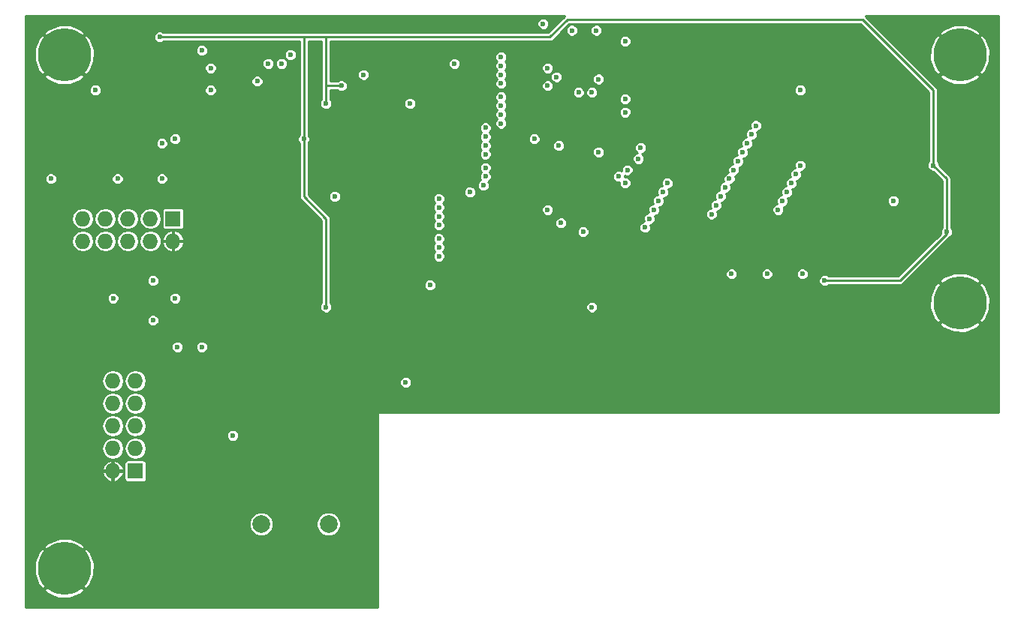
<source format=gbr>
G04 #@! TF.FileFunction,Copper,L3,Inr,Signal*
%FSLAX46Y46*%
G04 Gerber Fmt 4.6, Leading zero omitted, Abs format (unit mm)*
G04 Created by KiCad (PCBNEW 4.0.5+dfsg1-4) date Wed Jan 10 10:44:42 2018*
%MOMM*%
%LPD*%
G01*
G04 APERTURE LIST*
%ADD10C,0.100000*%
%ADD11C,2.000000*%
%ADD12C,6.000000*%
%ADD13R,1.727200X1.727200*%
%ADD14O,1.727200X1.727200*%
%ADD15C,0.600000*%
%ADD16C,0.250000*%
%ADD17C,0.254000*%
G04 APERTURE END LIST*
D10*
D11*
X100200000Y-114000000D03*
X107800000Y-114000000D03*
D12*
X179000000Y-61000000D03*
X179000000Y-89000000D03*
X78000000Y-61000000D03*
X78000000Y-119000000D03*
D13*
X90250000Y-79500000D03*
D14*
X90250000Y-82040000D03*
X87710000Y-79500000D03*
X87710000Y-82040000D03*
X85170000Y-79500000D03*
X85170000Y-82040000D03*
X82630000Y-79500000D03*
X82630000Y-82040000D03*
X80090000Y-79500000D03*
X80090000Y-82040000D03*
D13*
X86000000Y-108000000D03*
D14*
X83460000Y-108000000D03*
X86000000Y-105460000D03*
X83460000Y-105460000D03*
X86000000Y-102920000D03*
X83460000Y-102920000D03*
X86000000Y-100380000D03*
X83460000Y-100380000D03*
X86000000Y-97840000D03*
X83460000Y-97840000D03*
D15*
X90500000Y-88500000D03*
X83500000Y-88500000D03*
X107500000Y-89500000D03*
X163750000Y-86500000D03*
X177500000Y-81000000D03*
X109250000Y-64500000D03*
X107500000Y-66500000D03*
X105000000Y-70500000D03*
X176000000Y-73500000D03*
X88750000Y-59000000D03*
X160500000Y-58750000D03*
X74000000Y-105500000D03*
X95500000Y-105500000D03*
X167000000Y-62250000D03*
X163000000Y-77500000D03*
X82750000Y-58250000D03*
X99750000Y-57000000D03*
X97500000Y-79000000D03*
X101000000Y-69000000D03*
X101000000Y-67000000D03*
X101000000Y-65250000D03*
X109000000Y-62500000D03*
X77750000Y-73000000D03*
X113000000Y-87750000D03*
X114500000Y-94750000D03*
X124500000Y-95500000D03*
X129000000Y-95500000D03*
X133500000Y-95500000D03*
X118500000Y-95750000D03*
X150500000Y-86250000D03*
X148250000Y-86250000D03*
X112000000Y-70000000D03*
X114750000Y-65500000D03*
X132500000Y-61000000D03*
X141250000Y-61000000D03*
X132500000Y-69000000D03*
X141250000Y-69000000D03*
X132500000Y-77000000D03*
X141500000Y-77000000D03*
X140500000Y-86750000D03*
X145500000Y-85500000D03*
X161000000Y-65000000D03*
X116500000Y-98000000D03*
X97000000Y-104000000D03*
X88000000Y-91000000D03*
X88000000Y-86500000D03*
X161000000Y-73500000D03*
X132000000Y-57500000D03*
X127250000Y-61250000D03*
X160500000Y-74500000D03*
X127250000Y-62250000D03*
X135250000Y-58250000D03*
X160000000Y-75500000D03*
X127250000Y-63250000D03*
X138000000Y-58250000D03*
X159500000Y-76500000D03*
X127250000Y-64250000D03*
X141250000Y-59500000D03*
X159000000Y-77500000D03*
X127250000Y-65750000D03*
X132500000Y-62500000D03*
X158500000Y-78500000D03*
X127250000Y-66750000D03*
X133500000Y-63500000D03*
X156000000Y-69000000D03*
X127250000Y-67750000D03*
X132500000Y-64500000D03*
X155500000Y-70000000D03*
X127250000Y-68750000D03*
X138250000Y-63750000D03*
X125500000Y-69250000D03*
X136000000Y-65250000D03*
X155000000Y-71000000D03*
X125500000Y-70250000D03*
X137500000Y-65250000D03*
X154500000Y-72000000D03*
X125500000Y-71250000D03*
X141250000Y-66000000D03*
X154000000Y-73000000D03*
X125500000Y-72250000D03*
X141250000Y-67500000D03*
X153500000Y-74000000D03*
X125500000Y-73750000D03*
X131000000Y-70500000D03*
X153000000Y-75000000D03*
X125500000Y-74750000D03*
X133750000Y-71250000D03*
X152500000Y-76000000D03*
X125250000Y-75750000D03*
X138250000Y-72000000D03*
X152000000Y-77000000D03*
X123750000Y-76500000D03*
X151500000Y-78000000D03*
X143000000Y-71500000D03*
X151000000Y-79000000D03*
X120250000Y-77250000D03*
X142750000Y-72750000D03*
X146000000Y-75500000D03*
X120250000Y-78250000D03*
X141500000Y-74000000D03*
X145500000Y-76500000D03*
X120250000Y-79250000D03*
X140500000Y-74750000D03*
X145000000Y-77500000D03*
X120250000Y-80250000D03*
X141250000Y-75500000D03*
X144500000Y-78500000D03*
X120250000Y-81750000D03*
X132500000Y-78500000D03*
X144000000Y-79500000D03*
X120250000Y-82750000D03*
X134000000Y-80000000D03*
X136500000Y-81000000D03*
X143500000Y-80500000D03*
X120250000Y-83750000D03*
X89000000Y-71000000D03*
X89000000Y-75000000D03*
X171500000Y-77500000D03*
X153250000Y-85750000D03*
X161250000Y-85750000D03*
X157250000Y-85750000D03*
X81500000Y-65000000D03*
X93500000Y-94000000D03*
X90750000Y-94000000D03*
X84000000Y-75000000D03*
X76500000Y-75000000D03*
X103500000Y-61000000D03*
X90500000Y-70500000D03*
X117000000Y-66500000D03*
X137500000Y-89500000D03*
X102500000Y-62000000D03*
X94500000Y-65000000D03*
X101000000Y-62000000D03*
X94500000Y-62500000D03*
X99750000Y-64000000D03*
X93500000Y-60500000D03*
X122000000Y-62000000D03*
X108500000Y-77000000D03*
X119250000Y-87000000D03*
X111750000Y-63250000D03*
D16*
X107500000Y-89500000D02*
X107500000Y-79500000D01*
X105000000Y-77000000D02*
X105000000Y-70500000D01*
X107500000Y-79500000D02*
X105000000Y-77000000D01*
X177500000Y-81000000D02*
X177500000Y-81250000D01*
X172250000Y-86500000D02*
X163750000Y-86500000D01*
X177500000Y-81250000D02*
X172250000Y-86500000D01*
X176000000Y-73500000D02*
X177500000Y-75000000D01*
X177500000Y-75000000D02*
X177500000Y-81000000D01*
X107500000Y-64500000D02*
X109250000Y-64500000D01*
X107500000Y-66500000D02*
X107500000Y-64500000D01*
X107500000Y-64500000D02*
X107500000Y-59000000D01*
X105000000Y-59000000D02*
X105000000Y-70500000D01*
X88750000Y-59000000D02*
X105000000Y-59000000D01*
X105000000Y-59000000D02*
X107500000Y-59000000D01*
X107500000Y-59000000D02*
X132750000Y-59000000D01*
X132750000Y-59000000D02*
X134750000Y-57000000D01*
X134750000Y-57000000D02*
X168000000Y-57000000D01*
X168000000Y-57000000D02*
X176000000Y-65000000D01*
X176000000Y-65000000D02*
X176000000Y-73500000D01*
D17*
G36*
X134392204Y-56642204D02*
X132540408Y-58494000D01*
X89207123Y-58494000D01*
X89136259Y-58423013D01*
X88886054Y-58319118D01*
X88615135Y-58318882D01*
X88364748Y-58422339D01*
X88173013Y-58613741D01*
X88069118Y-58863946D01*
X88068882Y-59134865D01*
X88172339Y-59385252D01*
X88363741Y-59576987D01*
X88613946Y-59680882D01*
X88884865Y-59681118D01*
X89135252Y-59577661D01*
X89207038Y-59506000D01*
X104494000Y-59506000D01*
X104494000Y-70042877D01*
X104423013Y-70113741D01*
X104319118Y-70363946D01*
X104318882Y-70634865D01*
X104422339Y-70885252D01*
X104494000Y-70957038D01*
X104494000Y-77000000D01*
X104532517Y-77193638D01*
X104642204Y-77357796D01*
X106994000Y-79709592D01*
X106994000Y-89042877D01*
X106923013Y-89113741D01*
X106819118Y-89363946D01*
X106818882Y-89634865D01*
X106922339Y-89885252D01*
X107113741Y-90076987D01*
X107363946Y-90180882D01*
X107634865Y-90181118D01*
X107885252Y-90077661D01*
X108076987Y-89886259D01*
X108180882Y-89636054D01*
X108180883Y-89634865D01*
X136818882Y-89634865D01*
X136922339Y-89885252D01*
X137113741Y-90076987D01*
X137363946Y-90180882D01*
X137634865Y-90181118D01*
X137885252Y-90077661D01*
X138076987Y-89886259D01*
X138180882Y-89636054D01*
X138180911Y-89601894D01*
X175605715Y-89601894D01*
X176094424Y-90855013D01*
X176174275Y-90974519D01*
X176585311Y-91324886D01*
X178910197Y-89000000D01*
X179089803Y-89000000D01*
X181414689Y-91324886D01*
X181825725Y-90974519D01*
X182366245Y-89742860D01*
X182394285Y-88398106D01*
X181905576Y-87144987D01*
X181825725Y-87025481D01*
X181414689Y-86675114D01*
X179089803Y-89000000D01*
X178910197Y-89000000D01*
X176585311Y-86675114D01*
X176174275Y-87025481D01*
X175633755Y-88257140D01*
X175605715Y-89601894D01*
X138180911Y-89601894D01*
X138181118Y-89365135D01*
X138077661Y-89114748D01*
X137886259Y-88923013D01*
X137636054Y-88819118D01*
X137365135Y-88818882D01*
X137114748Y-88922339D01*
X136923013Y-89113741D01*
X136819118Y-89363946D01*
X136818882Y-89634865D01*
X108180883Y-89634865D01*
X108181118Y-89365135D01*
X108077661Y-89114748D01*
X108006000Y-89042962D01*
X108006000Y-87134865D01*
X118568882Y-87134865D01*
X118672339Y-87385252D01*
X118863741Y-87576987D01*
X119113946Y-87680882D01*
X119384865Y-87681118D01*
X119635252Y-87577661D01*
X119826987Y-87386259D01*
X119930882Y-87136054D01*
X119931118Y-86865135D01*
X119827661Y-86614748D01*
X119636259Y-86423013D01*
X119386054Y-86319118D01*
X119115135Y-86318882D01*
X118864748Y-86422339D01*
X118673013Y-86613741D01*
X118569118Y-86863946D01*
X118568882Y-87134865D01*
X108006000Y-87134865D01*
X108006000Y-85884865D01*
X152568882Y-85884865D01*
X152672339Y-86135252D01*
X152863741Y-86326987D01*
X153113946Y-86430882D01*
X153384865Y-86431118D01*
X153635252Y-86327661D01*
X153826987Y-86136259D01*
X153930882Y-85886054D01*
X153930883Y-85884865D01*
X156568882Y-85884865D01*
X156672339Y-86135252D01*
X156863741Y-86326987D01*
X157113946Y-86430882D01*
X157384865Y-86431118D01*
X157635252Y-86327661D01*
X157826987Y-86136259D01*
X157930882Y-85886054D01*
X157930883Y-85884865D01*
X160568882Y-85884865D01*
X160672339Y-86135252D01*
X160863741Y-86326987D01*
X161113946Y-86430882D01*
X161384865Y-86431118D01*
X161635252Y-86327661D01*
X161826987Y-86136259D01*
X161930882Y-85886054D01*
X161931118Y-85615135D01*
X161827661Y-85364748D01*
X161636259Y-85173013D01*
X161386054Y-85069118D01*
X161115135Y-85068882D01*
X160864748Y-85172339D01*
X160673013Y-85363741D01*
X160569118Y-85613946D01*
X160568882Y-85884865D01*
X157930883Y-85884865D01*
X157931118Y-85615135D01*
X157827661Y-85364748D01*
X157636259Y-85173013D01*
X157386054Y-85069118D01*
X157115135Y-85068882D01*
X156864748Y-85172339D01*
X156673013Y-85363741D01*
X156569118Y-85613946D01*
X156568882Y-85884865D01*
X153930883Y-85884865D01*
X153931118Y-85615135D01*
X153827661Y-85364748D01*
X153636259Y-85173013D01*
X153386054Y-85069118D01*
X153115135Y-85068882D01*
X152864748Y-85172339D01*
X152673013Y-85363741D01*
X152569118Y-85613946D01*
X152568882Y-85884865D01*
X108006000Y-85884865D01*
X108006000Y-81884865D01*
X119568882Y-81884865D01*
X119672339Y-82135252D01*
X119786920Y-82250032D01*
X119673013Y-82363741D01*
X119569118Y-82613946D01*
X119568882Y-82884865D01*
X119672339Y-83135252D01*
X119786920Y-83250032D01*
X119673013Y-83363741D01*
X119569118Y-83613946D01*
X119568882Y-83884865D01*
X119672339Y-84135252D01*
X119863741Y-84326987D01*
X120113946Y-84430882D01*
X120384865Y-84431118D01*
X120635252Y-84327661D01*
X120826987Y-84136259D01*
X120930882Y-83886054D01*
X120931118Y-83615135D01*
X120827661Y-83364748D01*
X120713080Y-83249968D01*
X120826987Y-83136259D01*
X120930882Y-82886054D01*
X120931118Y-82615135D01*
X120827661Y-82364748D01*
X120713080Y-82249968D01*
X120826987Y-82136259D01*
X120930882Y-81886054D01*
X120931118Y-81615135D01*
X120827661Y-81364748D01*
X120636259Y-81173013D01*
X120544390Y-81134865D01*
X135818882Y-81134865D01*
X135922339Y-81385252D01*
X136113741Y-81576987D01*
X136363946Y-81680882D01*
X136634865Y-81681118D01*
X136885252Y-81577661D01*
X137076987Y-81386259D01*
X137180882Y-81136054D01*
X137181118Y-80865135D01*
X137085974Y-80634865D01*
X142818882Y-80634865D01*
X142922339Y-80885252D01*
X143113741Y-81076987D01*
X143363946Y-81180882D01*
X143634865Y-81181118D01*
X143885252Y-81077661D01*
X144076987Y-80886259D01*
X144180882Y-80636054D01*
X144181118Y-80365135D01*
X144105074Y-80181092D01*
X144134865Y-80181118D01*
X144385252Y-80077661D01*
X144576987Y-79886259D01*
X144680882Y-79636054D01*
X144681118Y-79365135D01*
X144605074Y-79181092D01*
X144634865Y-79181118D01*
X144746806Y-79134865D01*
X150318882Y-79134865D01*
X150422339Y-79385252D01*
X150613741Y-79576987D01*
X150863946Y-79680882D01*
X151134865Y-79681118D01*
X151385252Y-79577661D01*
X151576987Y-79386259D01*
X151680882Y-79136054D01*
X151681118Y-78865135D01*
X151605074Y-78681092D01*
X151634865Y-78681118D01*
X151746806Y-78634865D01*
X157818882Y-78634865D01*
X157922339Y-78885252D01*
X158113741Y-79076987D01*
X158363946Y-79180882D01*
X158634865Y-79181118D01*
X158885252Y-79077661D01*
X159076987Y-78886259D01*
X159180882Y-78636054D01*
X159181118Y-78365135D01*
X159105074Y-78181092D01*
X159134865Y-78181118D01*
X159385252Y-78077661D01*
X159576987Y-77886259D01*
X159680882Y-77636054D01*
X159680883Y-77634865D01*
X170818882Y-77634865D01*
X170922339Y-77885252D01*
X171113741Y-78076987D01*
X171363946Y-78180882D01*
X171634865Y-78181118D01*
X171885252Y-78077661D01*
X172076987Y-77886259D01*
X172180882Y-77636054D01*
X172181118Y-77365135D01*
X172077661Y-77114748D01*
X171886259Y-76923013D01*
X171636054Y-76819118D01*
X171365135Y-76818882D01*
X171114748Y-76922339D01*
X170923013Y-77113741D01*
X170819118Y-77363946D01*
X170818882Y-77634865D01*
X159680883Y-77634865D01*
X159681118Y-77365135D01*
X159605074Y-77181092D01*
X159634865Y-77181118D01*
X159885252Y-77077661D01*
X160076987Y-76886259D01*
X160180882Y-76636054D01*
X160181118Y-76365135D01*
X160105074Y-76181092D01*
X160134865Y-76181118D01*
X160385252Y-76077661D01*
X160576987Y-75886259D01*
X160680882Y-75636054D01*
X160681118Y-75365135D01*
X160605074Y-75181092D01*
X160634865Y-75181118D01*
X160885252Y-75077661D01*
X161076987Y-74886259D01*
X161180882Y-74636054D01*
X161181118Y-74365135D01*
X161105074Y-74181092D01*
X161134865Y-74181118D01*
X161385252Y-74077661D01*
X161576987Y-73886259D01*
X161680882Y-73636054D01*
X161681118Y-73365135D01*
X161577661Y-73114748D01*
X161386259Y-72923013D01*
X161136054Y-72819118D01*
X160865135Y-72818882D01*
X160614748Y-72922339D01*
X160423013Y-73113741D01*
X160319118Y-73363946D01*
X160318882Y-73634865D01*
X160394926Y-73818908D01*
X160365135Y-73818882D01*
X160114748Y-73922339D01*
X159923013Y-74113741D01*
X159819118Y-74363946D01*
X159818882Y-74634865D01*
X159894926Y-74818908D01*
X159865135Y-74818882D01*
X159614748Y-74922339D01*
X159423013Y-75113741D01*
X159319118Y-75363946D01*
X159318882Y-75634865D01*
X159394926Y-75818908D01*
X159365135Y-75818882D01*
X159114748Y-75922339D01*
X158923013Y-76113741D01*
X158819118Y-76363946D01*
X158818882Y-76634865D01*
X158894926Y-76818908D01*
X158865135Y-76818882D01*
X158614748Y-76922339D01*
X158423013Y-77113741D01*
X158319118Y-77363946D01*
X158318882Y-77634865D01*
X158394926Y-77818908D01*
X158365135Y-77818882D01*
X158114748Y-77922339D01*
X157923013Y-78113741D01*
X157819118Y-78363946D01*
X157818882Y-78634865D01*
X151746806Y-78634865D01*
X151885252Y-78577661D01*
X152076987Y-78386259D01*
X152180882Y-78136054D01*
X152181118Y-77865135D01*
X152105074Y-77681092D01*
X152134865Y-77681118D01*
X152385252Y-77577661D01*
X152576987Y-77386259D01*
X152680882Y-77136054D01*
X152681118Y-76865135D01*
X152605074Y-76681092D01*
X152634865Y-76681118D01*
X152885252Y-76577661D01*
X153076987Y-76386259D01*
X153180882Y-76136054D01*
X153181118Y-75865135D01*
X153105074Y-75681092D01*
X153134865Y-75681118D01*
X153385252Y-75577661D01*
X153576987Y-75386259D01*
X153680882Y-75136054D01*
X153681118Y-74865135D01*
X153605074Y-74681092D01*
X153634865Y-74681118D01*
X153885252Y-74577661D01*
X154076987Y-74386259D01*
X154180882Y-74136054D01*
X154181118Y-73865135D01*
X154105074Y-73681092D01*
X154134865Y-73681118D01*
X154385252Y-73577661D01*
X154576987Y-73386259D01*
X154680882Y-73136054D01*
X154681118Y-72865135D01*
X154605074Y-72681092D01*
X154634865Y-72681118D01*
X154885252Y-72577661D01*
X155076987Y-72386259D01*
X155180882Y-72136054D01*
X155181118Y-71865135D01*
X155105074Y-71681092D01*
X155134865Y-71681118D01*
X155385252Y-71577661D01*
X155576987Y-71386259D01*
X155680882Y-71136054D01*
X155681118Y-70865135D01*
X155605074Y-70681092D01*
X155634865Y-70681118D01*
X155885252Y-70577661D01*
X156076987Y-70386259D01*
X156180882Y-70136054D01*
X156181118Y-69865135D01*
X156105074Y-69681092D01*
X156134865Y-69681118D01*
X156385252Y-69577661D01*
X156576987Y-69386259D01*
X156680882Y-69136054D01*
X156681118Y-68865135D01*
X156577661Y-68614748D01*
X156386259Y-68423013D01*
X156136054Y-68319118D01*
X155865135Y-68318882D01*
X155614748Y-68422339D01*
X155423013Y-68613741D01*
X155319118Y-68863946D01*
X155318882Y-69134865D01*
X155394926Y-69318908D01*
X155365135Y-69318882D01*
X155114748Y-69422339D01*
X154923013Y-69613741D01*
X154819118Y-69863946D01*
X154818882Y-70134865D01*
X154894926Y-70318908D01*
X154865135Y-70318882D01*
X154614748Y-70422339D01*
X154423013Y-70613741D01*
X154319118Y-70863946D01*
X154318882Y-71134865D01*
X154394926Y-71318908D01*
X154365135Y-71318882D01*
X154114748Y-71422339D01*
X153923013Y-71613741D01*
X153819118Y-71863946D01*
X153818882Y-72134865D01*
X153894926Y-72318908D01*
X153865135Y-72318882D01*
X153614748Y-72422339D01*
X153423013Y-72613741D01*
X153319118Y-72863946D01*
X153318882Y-73134865D01*
X153394926Y-73318908D01*
X153365135Y-73318882D01*
X153114748Y-73422339D01*
X152923013Y-73613741D01*
X152819118Y-73863946D01*
X152818882Y-74134865D01*
X152894926Y-74318908D01*
X152865135Y-74318882D01*
X152614748Y-74422339D01*
X152423013Y-74613741D01*
X152319118Y-74863946D01*
X152318882Y-75134865D01*
X152394926Y-75318908D01*
X152365135Y-75318882D01*
X152114748Y-75422339D01*
X151923013Y-75613741D01*
X151819118Y-75863946D01*
X151818882Y-76134865D01*
X151894926Y-76318908D01*
X151865135Y-76318882D01*
X151614748Y-76422339D01*
X151423013Y-76613741D01*
X151319118Y-76863946D01*
X151318882Y-77134865D01*
X151394926Y-77318908D01*
X151365135Y-77318882D01*
X151114748Y-77422339D01*
X150923013Y-77613741D01*
X150819118Y-77863946D01*
X150818882Y-78134865D01*
X150894926Y-78318908D01*
X150865135Y-78318882D01*
X150614748Y-78422339D01*
X150423013Y-78613741D01*
X150319118Y-78863946D01*
X150318882Y-79134865D01*
X144746806Y-79134865D01*
X144885252Y-79077661D01*
X145076987Y-78886259D01*
X145180882Y-78636054D01*
X145181118Y-78365135D01*
X145105074Y-78181092D01*
X145134865Y-78181118D01*
X145385252Y-78077661D01*
X145576987Y-77886259D01*
X145680882Y-77636054D01*
X145681118Y-77365135D01*
X145605074Y-77181092D01*
X145634865Y-77181118D01*
X145885252Y-77077661D01*
X146076987Y-76886259D01*
X146180882Y-76636054D01*
X146181118Y-76365135D01*
X146105074Y-76181092D01*
X146134865Y-76181118D01*
X146385252Y-76077661D01*
X146576987Y-75886259D01*
X146680882Y-75636054D01*
X146681118Y-75365135D01*
X146577661Y-75114748D01*
X146386259Y-74923013D01*
X146136054Y-74819118D01*
X145865135Y-74818882D01*
X145614748Y-74922339D01*
X145423013Y-75113741D01*
X145319118Y-75363946D01*
X145318882Y-75634865D01*
X145394926Y-75818908D01*
X145365135Y-75818882D01*
X145114748Y-75922339D01*
X144923013Y-76113741D01*
X144819118Y-76363946D01*
X144818882Y-76634865D01*
X144894926Y-76818908D01*
X144865135Y-76818882D01*
X144614748Y-76922339D01*
X144423013Y-77113741D01*
X144319118Y-77363946D01*
X144318882Y-77634865D01*
X144394926Y-77818908D01*
X144365135Y-77818882D01*
X144114748Y-77922339D01*
X143923013Y-78113741D01*
X143819118Y-78363946D01*
X143818882Y-78634865D01*
X143894926Y-78818908D01*
X143865135Y-78818882D01*
X143614748Y-78922339D01*
X143423013Y-79113741D01*
X143319118Y-79363946D01*
X143318882Y-79634865D01*
X143394926Y-79818908D01*
X143365135Y-79818882D01*
X143114748Y-79922339D01*
X142923013Y-80113741D01*
X142819118Y-80363946D01*
X142818882Y-80634865D01*
X137085974Y-80634865D01*
X137077661Y-80614748D01*
X136886259Y-80423013D01*
X136636054Y-80319118D01*
X136365135Y-80318882D01*
X136114748Y-80422339D01*
X135923013Y-80613741D01*
X135819118Y-80863946D01*
X135818882Y-81134865D01*
X120544390Y-81134865D01*
X120386054Y-81069118D01*
X120115135Y-81068882D01*
X119864748Y-81172339D01*
X119673013Y-81363741D01*
X119569118Y-81613946D01*
X119568882Y-81884865D01*
X108006000Y-81884865D01*
X108006000Y-79500000D01*
X107967483Y-79306362D01*
X107857796Y-79142204D01*
X105850457Y-77134865D01*
X107818882Y-77134865D01*
X107922339Y-77385252D01*
X108113741Y-77576987D01*
X108363946Y-77680882D01*
X108634865Y-77681118D01*
X108885252Y-77577661D01*
X109076987Y-77386259D01*
X109077565Y-77384865D01*
X119568882Y-77384865D01*
X119672339Y-77635252D01*
X119786920Y-77750032D01*
X119673013Y-77863741D01*
X119569118Y-78113946D01*
X119568882Y-78384865D01*
X119672339Y-78635252D01*
X119786920Y-78750032D01*
X119673013Y-78863741D01*
X119569118Y-79113946D01*
X119568882Y-79384865D01*
X119672339Y-79635252D01*
X119786920Y-79750032D01*
X119673013Y-79863741D01*
X119569118Y-80113946D01*
X119568882Y-80384865D01*
X119672339Y-80635252D01*
X119863741Y-80826987D01*
X120113946Y-80930882D01*
X120384865Y-80931118D01*
X120635252Y-80827661D01*
X120826987Y-80636259D01*
X120930882Y-80386054D01*
X120931100Y-80134865D01*
X133318882Y-80134865D01*
X133422339Y-80385252D01*
X133613741Y-80576987D01*
X133863946Y-80680882D01*
X134134865Y-80681118D01*
X134385252Y-80577661D01*
X134576987Y-80386259D01*
X134680882Y-80136054D01*
X134681118Y-79865135D01*
X134577661Y-79614748D01*
X134386259Y-79423013D01*
X134136054Y-79319118D01*
X133865135Y-79318882D01*
X133614748Y-79422339D01*
X133423013Y-79613741D01*
X133319118Y-79863946D01*
X133318882Y-80134865D01*
X120931100Y-80134865D01*
X120931118Y-80115135D01*
X120827661Y-79864748D01*
X120713080Y-79749968D01*
X120826987Y-79636259D01*
X120930882Y-79386054D01*
X120931118Y-79115135D01*
X120827661Y-78864748D01*
X120713080Y-78749968D01*
X120826987Y-78636259D01*
X120827565Y-78634865D01*
X131818882Y-78634865D01*
X131922339Y-78885252D01*
X132113741Y-79076987D01*
X132363946Y-79180882D01*
X132634865Y-79181118D01*
X132885252Y-79077661D01*
X133076987Y-78886259D01*
X133180882Y-78636054D01*
X133181118Y-78365135D01*
X133077661Y-78114748D01*
X132886259Y-77923013D01*
X132636054Y-77819118D01*
X132365135Y-77818882D01*
X132114748Y-77922339D01*
X131923013Y-78113741D01*
X131819118Y-78363946D01*
X131818882Y-78634865D01*
X120827565Y-78634865D01*
X120930882Y-78386054D01*
X120931118Y-78115135D01*
X120827661Y-77864748D01*
X120713080Y-77749968D01*
X120826987Y-77636259D01*
X120930882Y-77386054D01*
X120931118Y-77115135D01*
X120827661Y-76864748D01*
X120636259Y-76673013D01*
X120544390Y-76634865D01*
X123068882Y-76634865D01*
X123172339Y-76885252D01*
X123363741Y-77076987D01*
X123613946Y-77180882D01*
X123884865Y-77181118D01*
X124135252Y-77077661D01*
X124326987Y-76886259D01*
X124430882Y-76636054D01*
X124431118Y-76365135D01*
X124327661Y-76114748D01*
X124136259Y-75923013D01*
X124044390Y-75884865D01*
X124568882Y-75884865D01*
X124672339Y-76135252D01*
X124863741Y-76326987D01*
X125113946Y-76430882D01*
X125384865Y-76431118D01*
X125635252Y-76327661D01*
X125826987Y-76136259D01*
X125930882Y-75886054D01*
X125931118Y-75615135D01*
X125827661Y-75364748D01*
X125818268Y-75355338D01*
X125885252Y-75327661D01*
X126076987Y-75136259D01*
X126180882Y-74886054D01*
X126180883Y-74884865D01*
X139818882Y-74884865D01*
X139922339Y-75135252D01*
X140113741Y-75326987D01*
X140363946Y-75430882D01*
X140569060Y-75431061D01*
X140568882Y-75634865D01*
X140672339Y-75885252D01*
X140863741Y-76076987D01*
X141113946Y-76180882D01*
X141384865Y-76181118D01*
X141635252Y-76077661D01*
X141826987Y-75886259D01*
X141930882Y-75636054D01*
X141931118Y-75365135D01*
X141827661Y-75114748D01*
X141636259Y-74923013D01*
X141386054Y-74819118D01*
X141180940Y-74818939D01*
X141181118Y-74615135D01*
X141176045Y-74602858D01*
X141363946Y-74680882D01*
X141634865Y-74681118D01*
X141885252Y-74577661D01*
X142076987Y-74386259D01*
X142180882Y-74136054D01*
X142181118Y-73865135D01*
X142077661Y-73614748D01*
X141886259Y-73423013D01*
X141636054Y-73319118D01*
X141365135Y-73318882D01*
X141114748Y-73422339D01*
X140923013Y-73613741D01*
X140819118Y-73863946D01*
X140818882Y-74134865D01*
X140823955Y-74147142D01*
X140636054Y-74069118D01*
X140365135Y-74068882D01*
X140114748Y-74172339D01*
X139923013Y-74363741D01*
X139819118Y-74613946D01*
X139818882Y-74884865D01*
X126180883Y-74884865D01*
X126181118Y-74615135D01*
X126077661Y-74364748D01*
X125963080Y-74249968D01*
X126076987Y-74136259D01*
X126180882Y-73886054D01*
X126181118Y-73615135D01*
X126077661Y-73364748D01*
X125886259Y-73173013D01*
X125636054Y-73069118D01*
X125365135Y-73068882D01*
X125114748Y-73172339D01*
X124923013Y-73363741D01*
X124819118Y-73613946D01*
X124818882Y-73884865D01*
X124922339Y-74135252D01*
X125036920Y-74250032D01*
X124923013Y-74363741D01*
X124819118Y-74613946D01*
X124818882Y-74884865D01*
X124922339Y-75135252D01*
X124931732Y-75144662D01*
X124864748Y-75172339D01*
X124673013Y-75363741D01*
X124569118Y-75613946D01*
X124568882Y-75884865D01*
X124044390Y-75884865D01*
X123886054Y-75819118D01*
X123615135Y-75818882D01*
X123364748Y-75922339D01*
X123173013Y-76113741D01*
X123069118Y-76363946D01*
X123068882Y-76634865D01*
X120544390Y-76634865D01*
X120386054Y-76569118D01*
X120115135Y-76568882D01*
X119864748Y-76672339D01*
X119673013Y-76863741D01*
X119569118Y-77113946D01*
X119568882Y-77384865D01*
X109077565Y-77384865D01*
X109180882Y-77136054D01*
X109181118Y-76865135D01*
X109077661Y-76614748D01*
X108886259Y-76423013D01*
X108636054Y-76319118D01*
X108365135Y-76318882D01*
X108114748Y-76422339D01*
X107923013Y-76613741D01*
X107819118Y-76863946D01*
X107818882Y-77134865D01*
X105850457Y-77134865D01*
X105506000Y-76790408D01*
X105506000Y-70957123D01*
X105576987Y-70886259D01*
X105680882Y-70636054D01*
X105681118Y-70365135D01*
X105577661Y-70114748D01*
X105506000Y-70042962D01*
X105506000Y-69384865D01*
X124818882Y-69384865D01*
X124922339Y-69635252D01*
X125036920Y-69750032D01*
X124923013Y-69863741D01*
X124819118Y-70113946D01*
X124818882Y-70384865D01*
X124922339Y-70635252D01*
X125036920Y-70750032D01*
X124923013Y-70863741D01*
X124819118Y-71113946D01*
X124818882Y-71384865D01*
X124922339Y-71635252D01*
X125036920Y-71750032D01*
X124923013Y-71863741D01*
X124819118Y-72113946D01*
X124818882Y-72384865D01*
X124922339Y-72635252D01*
X125113741Y-72826987D01*
X125363946Y-72930882D01*
X125634865Y-72931118D01*
X125746806Y-72884865D01*
X142068882Y-72884865D01*
X142172339Y-73135252D01*
X142363741Y-73326987D01*
X142613946Y-73430882D01*
X142884865Y-73431118D01*
X143135252Y-73327661D01*
X143326987Y-73136259D01*
X143430882Y-72886054D01*
X143431118Y-72615135D01*
X143327661Y-72364748D01*
X143141580Y-72178343D01*
X143385252Y-72077661D01*
X143576987Y-71886259D01*
X143680882Y-71636054D01*
X143681118Y-71365135D01*
X143577661Y-71114748D01*
X143386259Y-70923013D01*
X143136054Y-70819118D01*
X142865135Y-70818882D01*
X142614748Y-70922339D01*
X142423013Y-71113741D01*
X142319118Y-71363946D01*
X142318882Y-71634865D01*
X142422339Y-71885252D01*
X142608420Y-72071657D01*
X142364748Y-72172339D01*
X142173013Y-72363741D01*
X142069118Y-72613946D01*
X142068882Y-72884865D01*
X125746806Y-72884865D01*
X125885252Y-72827661D01*
X126076987Y-72636259D01*
X126180882Y-72386054D01*
X126181100Y-72134865D01*
X137568882Y-72134865D01*
X137672339Y-72385252D01*
X137863741Y-72576987D01*
X138113946Y-72680882D01*
X138384865Y-72681118D01*
X138635252Y-72577661D01*
X138826987Y-72386259D01*
X138930882Y-72136054D01*
X138931118Y-71865135D01*
X138827661Y-71614748D01*
X138636259Y-71423013D01*
X138386054Y-71319118D01*
X138115135Y-71318882D01*
X137864748Y-71422339D01*
X137673013Y-71613741D01*
X137569118Y-71863946D01*
X137568882Y-72134865D01*
X126181100Y-72134865D01*
X126181118Y-72115135D01*
X126077661Y-71864748D01*
X125963080Y-71749968D01*
X126076987Y-71636259D01*
X126180882Y-71386054D01*
X126180883Y-71384865D01*
X133068882Y-71384865D01*
X133172339Y-71635252D01*
X133363741Y-71826987D01*
X133613946Y-71930882D01*
X133884865Y-71931118D01*
X134135252Y-71827661D01*
X134326987Y-71636259D01*
X134430882Y-71386054D01*
X134431118Y-71115135D01*
X134327661Y-70864748D01*
X134136259Y-70673013D01*
X133886054Y-70569118D01*
X133615135Y-70568882D01*
X133364748Y-70672339D01*
X133173013Y-70863741D01*
X133069118Y-71113946D01*
X133068882Y-71384865D01*
X126180883Y-71384865D01*
X126181118Y-71115135D01*
X126077661Y-70864748D01*
X125963080Y-70749968D01*
X126076987Y-70636259D01*
X126077565Y-70634865D01*
X130318882Y-70634865D01*
X130422339Y-70885252D01*
X130613741Y-71076987D01*
X130863946Y-71180882D01*
X131134865Y-71181118D01*
X131385252Y-71077661D01*
X131576987Y-70886259D01*
X131680882Y-70636054D01*
X131681118Y-70365135D01*
X131577661Y-70114748D01*
X131386259Y-69923013D01*
X131136054Y-69819118D01*
X130865135Y-69818882D01*
X130614748Y-69922339D01*
X130423013Y-70113741D01*
X130319118Y-70363946D01*
X130318882Y-70634865D01*
X126077565Y-70634865D01*
X126180882Y-70386054D01*
X126181118Y-70115135D01*
X126077661Y-69864748D01*
X125963080Y-69749968D01*
X126076987Y-69636259D01*
X126180882Y-69386054D01*
X126181118Y-69115135D01*
X126077661Y-68864748D01*
X125886259Y-68673013D01*
X125636054Y-68569118D01*
X125365135Y-68568882D01*
X125114748Y-68672339D01*
X124923013Y-68863741D01*
X124819118Y-69113946D01*
X124818882Y-69384865D01*
X105506000Y-69384865D01*
X105506000Y-59506000D01*
X106994000Y-59506000D01*
X106994000Y-66042877D01*
X106923013Y-66113741D01*
X106819118Y-66363946D01*
X106818882Y-66634865D01*
X106922339Y-66885252D01*
X107113741Y-67076987D01*
X107363946Y-67180882D01*
X107634865Y-67181118D01*
X107885252Y-67077661D01*
X108076987Y-66886259D01*
X108180882Y-66636054D01*
X108180883Y-66634865D01*
X116318882Y-66634865D01*
X116422339Y-66885252D01*
X116613741Y-67076987D01*
X116863946Y-67180882D01*
X117134865Y-67181118D01*
X117385252Y-67077661D01*
X117576987Y-66886259D01*
X117680882Y-66636054D01*
X117681118Y-66365135D01*
X117577661Y-66114748D01*
X117386259Y-65923013D01*
X117294390Y-65884865D01*
X126568882Y-65884865D01*
X126672339Y-66135252D01*
X126786920Y-66250032D01*
X126673013Y-66363741D01*
X126569118Y-66613946D01*
X126568882Y-66884865D01*
X126672339Y-67135252D01*
X126786920Y-67250032D01*
X126673013Y-67363741D01*
X126569118Y-67613946D01*
X126568882Y-67884865D01*
X126672339Y-68135252D01*
X126786920Y-68250032D01*
X126673013Y-68363741D01*
X126569118Y-68613946D01*
X126568882Y-68884865D01*
X126672339Y-69135252D01*
X126863741Y-69326987D01*
X127113946Y-69430882D01*
X127384865Y-69431118D01*
X127635252Y-69327661D01*
X127826987Y-69136259D01*
X127930882Y-68886054D01*
X127931118Y-68615135D01*
X127827661Y-68364748D01*
X127713080Y-68249968D01*
X127826987Y-68136259D01*
X127930882Y-67886054D01*
X127931100Y-67634865D01*
X140568882Y-67634865D01*
X140672339Y-67885252D01*
X140863741Y-68076987D01*
X141113946Y-68180882D01*
X141384865Y-68181118D01*
X141635252Y-68077661D01*
X141826987Y-67886259D01*
X141930882Y-67636054D01*
X141931118Y-67365135D01*
X141827661Y-67114748D01*
X141636259Y-66923013D01*
X141386054Y-66819118D01*
X141115135Y-66818882D01*
X140864748Y-66922339D01*
X140673013Y-67113741D01*
X140569118Y-67363946D01*
X140568882Y-67634865D01*
X127931100Y-67634865D01*
X127931118Y-67615135D01*
X127827661Y-67364748D01*
X127713080Y-67249968D01*
X127826987Y-67136259D01*
X127930882Y-66886054D01*
X127931118Y-66615135D01*
X127827661Y-66364748D01*
X127713080Y-66249968D01*
X127826987Y-66136259D01*
X127827565Y-66134865D01*
X140568882Y-66134865D01*
X140672339Y-66385252D01*
X140863741Y-66576987D01*
X141113946Y-66680882D01*
X141384865Y-66681118D01*
X141635252Y-66577661D01*
X141826987Y-66386259D01*
X141930882Y-66136054D01*
X141931118Y-65865135D01*
X141827661Y-65614748D01*
X141636259Y-65423013D01*
X141386054Y-65319118D01*
X141115135Y-65318882D01*
X140864748Y-65422339D01*
X140673013Y-65613741D01*
X140569118Y-65863946D01*
X140568882Y-66134865D01*
X127827565Y-66134865D01*
X127930882Y-65886054D01*
X127931118Y-65615135D01*
X127835974Y-65384865D01*
X135318882Y-65384865D01*
X135422339Y-65635252D01*
X135613741Y-65826987D01*
X135863946Y-65930882D01*
X136134865Y-65931118D01*
X136385252Y-65827661D01*
X136576987Y-65636259D01*
X136680882Y-65386054D01*
X136680883Y-65384865D01*
X136818882Y-65384865D01*
X136922339Y-65635252D01*
X137113741Y-65826987D01*
X137363946Y-65930882D01*
X137634865Y-65931118D01*
X137885252Y-65827661D01*
X138076987Y-65636259D01*
X138180882Y-65386054D01*
X138181100Y-65134865D01*
X160318882Y-65134865D01*
X160422339Y-65385252D01*
X160613741Y-65576987D01*
X160863946Y-65680882D01*
X161134865Y-65681118D01*
X161385252Y-65577661D01*
X161576987Y-65386259D01*
X161680882Y-65136054D01*
X161681118Y-64865135D01*
X161577661Y-64614748D01*
X161386259Y-64423013D01*
X161136054Y-64319118D01*
X160865135Y-64318882D01*
X160614748Y-64422339D01*
X160423013Y-64613741D01*
X160319118Y-64863946D01*
X160318882Y-65134865D01*
X138181100Y-65134865D01*
X138181118Y-65115135D01*
X138077661Y-64864748D01*
X137886259Y-64673013D01*
X137636054Y-64569118D01*
X137365135Y-64568882D01*
X137114748Y-64672339D01*
X136923013Y-64863741D01*
X136819118Y-65113946D01*
X136818882Y-65384865D01*
X136680883Y-65384865D01*
X136681118Y-65115135D01*
X136577661Y-64864748D01*
X136386259Y-64673013D01*
X136136054Y-64569118D01*
X135865135Y-64568882D01*
X135614748Y-64672339D01*
X135423013Y-64863741D01*
X135319118Y-65113946D01*
X135318882Y-65384865D01*
X127835974Y-65384865D01*
X127827661Y-65364748D01*
X127636259Y-65173013D01*
X127386054Y-65069118D01*
X127115135Y-65068882D01*
X126864748Y-65172339D01*
X126673013Y-65363741D01*
X126569118Y-65613946D01*
X126568882Y-65884865D01*
X117294390Y-65884865D01*
X117136054Y-65819118D01*
X116865135Y-65818882D01*
X116614748Y-65922339D01*
X116423013Y-66113741D01*
X116319118Y-66363946D01*
X116318882Y-66634865D01*
X108180883Y-66634865D01*
X108181118Y-66365135D01*
X108077661Y-66114748D01*
X108006000Y-66042962D01*
X108006000Y-65006000D01*
X108792877Y-65006000D01*
X108863741Y-65076987D01*
X109113946Y-65180882D01*
X109384865Y-65181118D01*
X109635252Y-65077661D01*
X109826987Y-64886259D01*
X109930882Y-64636054D01*
X109931118Y-64365135D01*
X109827661Y-64114748D01*
X109636259Y-63923013D01*
X109386054Y-63819118D01*
X109115135Y-63818882D01*
X108864748Y-63922339D01*
X108792962Y-63994000D01*
X108006000Y-63994000D01*
X108006000Y-63384865D01*
X111068882Y-63384865D01*
X111172339Y-63635252D01*
X111363741Y-63826987D01*
X111613946Y-63930882D01*
X111884865Y-63931118D01*
X112135252Y-63827661D01*
X112326987Y-63636259D01*
X112430882Y-63386054D01*
X112431118Y-63115135D01*
X112327661Y-62864748D01*
X112136259Y-62673013D01*
X111886054Y-62569118D01*
X111615135Y-62568882D01*
X111364748Y-62672339D01*
X111173013Y-62863741D01*
X111069118Y-63113946D01*
X111068882Y-63384865D01*
X108006000Y-63384865D01*
X108006000Y-62134865D01*
X121318882Y-62134865D01*
X121422339Y-62385252D01*
X121613741Y-62576987D01*
X121863946Y-62680882D01*
X122134865Y-62681118D01*
X122385252Y-62577661D01*
X122576987Y-62386259D01*
X122680882Y-62136054D01*
X122681118Y-61865135D01*
X122577661Y-61614748D01*
X122386259Y-61423013D01*
X122294390Y-61384865D01*
X126568882Y-61384865D01*
X126672339Y-61635252D01*
X126786920Y-61750032D01*
X126673013Y-61863741D01*
X126569118Y-62113946D01*
X126568882Y-62384865D01*
X126672339Y-62635252D01*
X126786920Y-62750032D01*
X126673013Y-62863741D01*
X126569118Y-63113946D01*
X126568882Y-63384865D01*
X126672339Y-63635252D01*
X126786920Y-63750032D01*
X126673013Y-63863741D01*
X126569118Y-64113946D01*
X126568882Y-64384865D01*
X126672339Y-64635252D01*
X126863741Y-64826987D01*
X127113946Y-64930882D01*
X127384865Y-64931118D01*
X127635252Y-64827661D01*
X127826987Y-64636259D01*
X127827565Y-64634865D01*
X131818882Y-64634865D01*
X131922339Y-64885252D01*
X132113741Y-65076987D01*
X132363946Y-65180882D01*
X132634865Y-65181118D01*
X132885252Y-65077661D01*
X133076987Y-64886259D01*
X133180882Y-64636054D01*
X133181118Y-64365135D01*
X133077661Y-64114748D01*
X132886259Y-63923013D01*
X132636054Y-63819118D01*
X132365135Y-63818882D01*
X132114748Y-63922339D01*
X131923013Y-64113741D01*
X131819118Y-64363946D01*
X131818882Y-64634865D01*
X127827565Y-64634865D01*
X127930882Y-64386054D01*
X127931118Y-64115135D01*
X127827661Y-63864748D01*
X127713080Y-63749968D01*
X127826987Y-63636259D01*
X127827565Y-63634865D01*
X132818882Y-63634865D01*
X132922339Y-63885252D01*
X133113741Y-64076987D01*
X133363946Y-64180882D01*
X133634865Y-64181118D01*
X133885252Y-64077661D01*
X134076987Y-63886259D01*
X134077565Y-63884865D01*
X137568882Y-63884865D01*
X137672339Y-64135252D01*
X137863741Y-64326987D01*
X138113946Y-64430882D01*
X138384865Y-64431118D01*
X138635252Y-64327661D01*
X138826987Y-64136259D01*
X138930882Y-63886054D01*
X138931118Y-63615135D01*
X138827661Y-63364748D01*
X138636259Y-63173013D01*
X138386054Y-63069118D01*
X138115135Y-63068882D01*
X137864748Y-63172339D01*
X137673013Y-63363741D01*
X137569118Y-63613946D01*
X137568882Y-63884865D01*
X134077565Y-63884865D01*
X134180882Y-63636054D01*
X134181118Y-63365135D01*
X134077661Y-63114748D01*
X133886259Y-62923013D01*
X133636054Y-62819118D01*
X133365135Y-62818882D01*
X133114748Y-62922339D01*
X132923013Y-63113741D01*
X132819118Y-63363946D01*
X132818882Y-63634865D01*
X127827565Y-63634865D01*
X127930882Y-63386054D01*
X127931118Y-63115135D01*
X127827661Y-62864748D01*
X127713080Y-62749968D01*
X127826987Y-62636259D01*
X127827565Y-62634865D01*
X131818882Y-62634865D01*
X131922339Y-62885252D01*
X132113741Y-63076987D01*
X132363946Y-63180882D01*
X132634865Y-63181118D01*
X132885252Y-63077661D01*
X133076987Y-62886259D01*
X133180882Y-62636054D01*
X133181118Y-62365135D01*
X133077661Y-62114748D01*
X132886259Y-61923013D01*
X132636054Y-61819118D01*
X132365135Y-61818882D01*
X132114748Y-61922339D01*
X131923013Y-62113741D01*
X131819118Y-62363946D01*
X131818882Y-62634865D01*
X127827565Y-62634865D01*
X127930882Y-62386054D01*
X127931118Y-62115135D01*
X127827661Y-61864748D01*
X127713080Y-61749968D01*
X127826987Y-61636259D01*
X127930882Y-61386054D01*
X127931118Y-61115135D01*
X127827661Y-60864748D01*
X127636259Y-60673013D01*
X127386054Y-60569118D01*
X127115135Y-60568882D01*
X126864748Y-60672339D01*
X126673013Y-60863741D01*
X126569118Y-61113946D01*
X126568882Y-61384865D01*
X122294390Y-61384865D01*
X122136054Y-61319118D01*
X121865135Y-61318882D01*
X121614748Y-61422339D01*
X121423013Y-61613741D01*
X121319118Y-61863946D01*
X121318882Y-62134865D01*
X108006000Y-62134865D01*
X108006000Y-59634865D01*
X140568882Y-59634865D01*
X140672339Y-59885252D01*
X140863741Y-60076987D01*
X141113946Y-60180882D01*
X141384865Y-60181118D01*
X141635252Y-60077661D01*
X141826987Y-59886259D01*
X141930882Y-59636054D01*
X141931118Y-59365135D01*
X141827661Y-59114748D01*
X141636259Y-58923013D01*
X141386054Y-58819118D01*
X141115135Y-58818882D01*
X140864748Y-58922339D01*
X140673013Y-59113741D01*
X140569118Y-59363946D01*
X140568882Y-59634865D01*
X108006000Y-59634865D01*
X108006000Y-59506000D01*
X132750000Y-59506000D01*
X132943638Y-59467483D01*
X133107796Y-59357796D01*
X134080727Y-58384865D01*
X134568882Y-58384865D01*
X134672339Y-58635252D01*
X134863741Y-58826987D01*
X135113946Y-58930882D01*
X135384865Y-58931118D01*
X135635252Y-58827661D01*
X135826987Y-58636259D01*
X135930882Y-58386054D01*
X135930883Y-58384865D01*
X137318882Y-58384865D01*
X137422339Y-58635252D01*
X137613741Y-58826987D01*
X137863946Y-58930882D01*
X138134865Y-58931118D01*
X138385252Y-58827661D01*
X138576987Y-58636259D01*
X138680882Y-58386054D01*
X138681118Y-58115135D01*
X138577661Y-57864748D01*
X138386259Y-57673013D01*
X138136054Y-57569118D01*
X137865135Y-57568882D01*
X137614748Y-57672339D01*
X137423013Y-57863741D01*
X137319118Y-58113946D01*
X137318882Y-58384865D01*
X135930883Y-58384865D01*
X135931118Y-58115135D01*
X135827661Y-57864748D01*
X135636259Y-57673013D01*
X135386054Y-57569118D01*
X135115135Y-57568882D01*
X134864748Y-57672339D01*
X134673013Y-57863741D01*
X134569118Y-58113946D01*
X134568882Y-58384865D01*
X134080727Y-58384865D01*
X134959592Y-57506000D01*
X167790408Y-57506000D01*
X175494000Y-65209592D01*
X175494000Y-73042877D01*
X175423013Y-73113741D01*
X175319118Y-73363946D01*
X175318882Y-73634865D01*
X175422339Y-73885252D01*
X175613741Y-74076987D01*
X175863946Y-74180882D01*
X175965378Y-74180970D01*
X176994000Y-75209592D01*
X176994000Y-80542877D01*
X176923013Y-80613741D01*
X176819118Y-80863946D01*
X176818882Y-81134865D01*
X176842466Y-81191942D01*
X172040408Y-85994000D01*
X164207123Y-85994000D01*
X164136259Y-85923013D01*
X163886054Y-85819118D01*
X163615135Y-85818882D01*
X163364748Y-85922339D01*
X163173013Y-86113741D01*
X163069118Y-86363946D01*
X163068882Y-86634865D01*
X163172339Y-86885252D01*
X163363741Y-87076987D01*
X163613946Y-87180882D01*
X163884865Y-87181118D01*
X164135252Y-87077661D01*
X164207038Y-87006000D01*
X172250000Y-87006000D01*
X172443638Y-86967483D01*
X172607796Y-86857796D01*
X172880281Y-86585311D01*
X176675114Y-86585311D01*
X179000000Y-88910197D01*
X181324886Y-86585311D01*
X180974519Y-86174275D01*
X179742860Y-85633755D01*
X178398106Y-85605715D01*
X177144987Y-86094424D01*
X177025481Y-86174275D01*
X176675114Y-86585311D01*
X172880281Y-86585311D01*
X177857796Y-81607796D01*
X177875140Y-81581839D01*
X177885252Y-81577661D01*
X178076987Y-81386259D01*
X178180882Y-81136054D01*
X178181118Y-80865135D01*
X178077661Y-80614748D01*
X178006000Y-80542962D01*
X178006000Y-75000000D01*
X177967483Y-74806362D01*
X177857796Y-74642204D01*
X176681031Y-73465439D01*
X176681118Y-73365135D01*
X176577661Y-73114748D01*
X176506000Y-73042962D01*
X176506000Y-65000000D01*
X176467483Y-64806362D01*
X176357796Y-64642204D01*
X175130281Y-63414689D01*
X176675114Y-63414689D01*
X177025481Y-63825725D01*
X178257140Y-64366245D01*
X179601894Y-64394285D01*
X180855013Y-63905576D01*
X180974519Y-63825725D01*
X181324886Y-63414689D01*
X179000000Y-61089803D01*
X176675114Y-63414689D01*
X175130281Y-63414689D01*
X173317486Y-61601894D01*
X175605715Y-61601894D01*
X176094424Y-62855013D01*
X176174275Y-62974519D01*
X176585311Y-63324886D01*
X178910197Y-61000000D01*
X179089803Y-61000000D01*
X181414689Y-63324886D01*
X181825725Y-62974519D01*
X182366245Y-61742860D01*
X182394285Y-60398106D01*
X181905576Y-59144987D01*
X181825725Y-59025481D01*
X181414689Y-58675114D01*
X179089803Y-61000000D01*
X178910197Y-61000000D01*
X176585311Y-58675114D01*
X176174275Y-59025481D01*
X175633755Y-60257140D01*
X175605715Y-61601894D01*
X173317486Y-61601894D01*
X170300903Y-58585311D01*
X176675114Y-58585311D01*
X179000000Y-60910197D01*
X181324886Y-58585311D01*
X180974519Y-58174275D01*
X179742860Y-57633755D01*
X178398106Y-57605715D01*
X177144987Y-58094424D01*
X177025481Y-58174275D01*
X176675114Y-58585311D01*
X170300903Y-58585311D01*
X168357796Y-56642204D01*
X168335042Y-56627000D01*
X183373000Y-56627000D01*
X183373000Y-101373000D01*
X113500000Y-101373000D01*
X113450590Y-101383006D01*
X113408965Y-101411447D01*
X113381685Y-101453841D01*
X113373000Y-101500000D01*
X113373000Y-123373000D01*
X73627000Y-123373000D01*
X73627000Y-121414689D01*
X75675114Y-121414689D01*
X76025481Y-121825725D01*
X77257140Y-122366245D01*
X78601894Y-122394285D01*
X79855013Y-121905576D01*
X79974519Y-121825725D01*
X80324886Y-121414689D01*
X78000000Y-119089803D01*
X75675114Y-121414689D01*
X73627000Y-121414689D01*
X73627000Y-119601894D01*
X74605715Y-119601894D01*
X75094424Y-120855013D01*
X75174275Y-120974519D01*
X75585311Y-121324886D01*
X77910197Y-119000000D01*
X78089803Y-119000000D01*
X80414689Y-121324886D01*
X80825725Y-120974519D01*
X81366245Y-119742860D01*
X81394285Y-118398106D01*
X80905576Y-117144987D01*
X80825725Y-117025481D01*
X80414689Y-116675114D01*
X78089803Y-119000000D01*
X77910197Y-119000000D01*
X75585311Y-116675114D01*
X75174275Y-117025481D01*
X74633755Y-118257140D01*
X74605715Y-119601894D01*
X73627000Y-119601894D01*
X73627000Y-116585311D01*
X75675114Y-116585311D01*
X78000000Y-118910197D01*
X80324886Y-116585311D01*
X79974519Y-116174275D01*
X78742860Y-115633755D01*
X77398106Y-115605715D01*
X76144987Y-116094424D01*
X76025481Y-116174275D01*
X75675114Y-116585311D01*
X73627000Y-116585311D01*
X73627000Y-114273493D01*
X98818761Y-114273493D01*
X99028563Y-114781251D01*
X99416705Y-115170072D01*
X99924097Y-115380759D01*
X100473493Y-115381239D01*
X100981251Y-115171437D01*
X101370072Y-114783295D01*
X101580759Y-114275903D01*
X101580761Y-114273493D01*
X106418761Y-114273493D01*
X106628563Y-114781251D01*
X107016705Y-115170072D01*
X107524097Y-115380759D01*
X108073493Y-115381239D01*
X108581251Y-115171437D01*
X108970072Y-114783295D01*
X109180759Y-114275903D01*
X109181239Y-113726507D01*
X108971437Y-113218749D01*
X108583295Y-112829928D01*
X108075903Y-112619241D01*
X107526507Y-112618761D01*
X107018749Y-112828563D01*
X106629928Y-113216705D01*
X106419241Y-113724097D01*
X106418761Y-114273493D01*
X101580761Y-114273493D01*
X101581239Y-113726507D01*
X101371437Y-113218749D01*
X100983295Y-112829928D01*
X100475903Y-112619241D01*
X99926507Y-112618761D01*
X99418749Y-112828563D01*
X99029928Y-113216705D01*
X98819241Y-113724097D01*
X98818761Y-114273493D01*
X73627000Y-114273493D01*
X73627000Y-108257164D01*
X82242252Y-108257164D01*
X82433360Y-108703601D01*
X82780765Y-109042921D01*
X83202837Y-109217742D01*
X83396500Y-109147595D01*
X83396500Y-108063500D01*
X83523500Y-108063500D01*
X83523500Y-109147595D01*
X83717163Y-109217742D01*
X84139235Y-109042921D01*
X84486640Y-108703601D01*
X84677748Y-108257164D01*
X84607735Y-108063500D01*
X83523500Y-108063500D01*
X83396500Y-108063500D01*
X82312265Y-108063500D01*
X82242252Y-108257164D01*
X73627000Y-108257164D01*
X73627000Y-107742836D01*
X82242252Y-107742836D01*
X82312265Y-107936500D01*
X83396500Y-107936500D01*
X83396500Y-106852405D01*
X83523500Y-106852405D01*
X83523500Y-107936500D01*
X84607735Y-107936500D01*
X84677748Y-107742836D01*
X84486640Y-107296399D01*
X84322829Y-107136400D01*
X84747936Y-107136400D01*
X84747936Y-108863600D01*
X84774503Y-109004790D01*
X84857946Y-109134465D01*
X84985266Y-109221459D01*
X85136400Y-109252064D01*
X86863600Y-109252064D01*
X87004790Y-109225497D01*
X87134465Y-109142054D01*
X87221459Y-109014734D01*
X87252064Y-108863600D01*
X87252064Y-107136400D01*
X87225497Y-106995210D01*
X87142054Y-106865535D01*
X87014734Y-106778541D01*
X86863600Y-106747936D01*
X85136400Y-106747936D01*
X84995210Y-106774503D01*
X84865535Y-106857946D01*
X84778541Y-106985266D01*
X84747936Y-107136400D01*
X84322829Y-107136400D01*
X84139235Y-106957079D01*
X83717163Y-106782258D01*
X83523500Y-106852405D01*
X83396500Y-106852405D01*
X83202837Y-106782258D01*
X82780765Y-106957079D01*
X82433360Y-107296399D01*
X82242252Y-107742836D01*
X73627000Y-107742836D01*
X73627000Y-105435617D01*
X82215400Y-105435617D01*
X82215400Y-105484383D01*
X82310140Y-105960671D01*
X82579935Y-106364448D01*
X82983712Y-106634243D01*
X83460000Y-106728983D01*
X83936288Y-106634243D01*
X84340065Y-106364448D01*
X84609860Y-105960671D01*
X84704600Y-105484383D01*
X84704600Y-105435617D01*
X84755400Y-105435617D01*
X84755400Y-105484383D01*
X84850140Y-105960671D01*
X85119935Y-106364448D01*
X85523712Y-106634243D01*
X86000000Y-106728983D01*
X86476288Y-106634243D01*
X86880065Y-106364448D01*
X87149860Y-105960671D01*
X87244600Y-105484383D01*
X87244600Y-105435617D01*
X87149860Y-104959329D01*
X86880065Y-104555552D01*
X86476288Y-104285757D01*
X86000000Y-104191017D01*
X85523712Y-104285757D01*
X85119935Y-104555552D01*
X84850140Y-104959329D01*
X84755400Y-105435617D01*
X84704600Y-105435617D01*
X84609860Y-104959329D01*
X84340065Y-104555552D01*
X83936288Y-104285757D01*
X83460000Y-104191017D01*
X82983712Y-104285757D01*
X82579935Y-104555552D01*
X82310140Y-104959329D01*
X82215400Y-105435617D01*
X73627000Y-105435617D01*
X73627000Y-102895617D01*
X82215400Y-102895617D01*
X82215400Y-102944383D01*
X82310140Y-103420671D01*
X82579935Y-103824448D01*
X82983712Y-104094243D01*
X83460000Y-104188983D01*
X83936288Y-104094243D01*
X84340065Y-103824448D01*
X84609860Y-103420671D01*
X84704600Y-102944383D01*
X84704600Y-102895617D01*
X84755400Y-102895617D01*
X84755400Y-102944383D01*
X84850140Y-103420671D01*
X85119935Y-103824448D01*
X85523712Y-104094243D01*
X86000000Y-104188983D01*
X86272068Y-104134865D01*
X96318882Y-104134865D01*
X96422339Y-104385252D01*
X96613741Y-104576987D01*
X96863946Y-104680882D01*
X97134865Y-104681118D01*
X97385252Y-104577661D01*
X97576987Y-104386259D01*
X97680882Y-104136054D01*
X97681118Y-103865135D01*
X97577661Y-103614748D01*
X97386259Y-103423013D01*
X97136054Y-103319118D01*
X96865135Y-103318882D01*
X96614748Y-103422339D01*
X96423013Y-103613741D01*
X96319118Y-103863946D01*
X96318882Y-104134865D01*
X86272068Y-104134865D01*
X86476288Y-104094243D01*
X86880065Y-103824448D01*
X87149860Y-103420671D01*
X87244600Y-102944383D01*
X87244600Y-102895617D01*
X87149860Y-102419329D01*
X86880065Y-102015552D01*
X86476288Y-101745757D01*
X86000000Y-101651017D01*
X85523712Y-101745757D01*
X85119935Y-102015552D01*
X84850140Y-102419329D01*
X84755400Y-102895617D01*
X84704600Y-102895617D01*
X84609860Y-102419329D01*
X84340065Y-102015552D01*
X83936288Y-101745757D01*
X83460000Y-101651017D01*
X82983712Y-101745757D01*
X82579935Y-102015552D01*
X82310140Y-102419329D01*
X82215400Y-102895617D01*
X73627000Y-102895617D01*
X73627000Y-100355617D01*
X82215400Y-100355617D01*
X82215400Y-100404383D01*
X82310140Y-100880671D01*
X82579935Y-101284448D01*
X82983712Y-101554243D01*
X83460000Y-101648983D01*
X83936288Y-101554243D01*
X84340065Y-101284448D01*
X84609860Y-100880671D01*
X84704600Y-100404383D01*
X84704600Y-100355617D01*
X84755400Y-100355617D01*
X84755400Y-100404383D01*
X84850140Y-100880671D01*
X85119935Y-101284448D01*
X85523712Y-101554243D01*
X86000000Y-101648983D01*
X86476288Y-101554243D01*
X86880065Y-101284448D01*
X87149860Y-100880671D01*
X87244600Y-100404383D01*
X87244600Y-100355617D01*
X87149860Y-99879329D01*
X86880065Y-99475552D01*
X86476288Y-99205757D01*
X86000000Y-99111017D01*
X85523712Y-99205757D01*
X85119935Y-99475552D01*
X84850140Y-99879329D01*
X84755400Y-100355617D01*
X84704600Y-100355617D01*
X84609860Y-99879329D01*
X84340065Y-99475552D01*
X83936288Y-99205757D01*
X83460000Y-99111017D01*
X82983712Y-99205757D01*
X82579935Y-99475552D01*
X82310140Y-99879329D01*
X82215400Y-100355617D01*
X73627000Y-100355617D01*
X73627000Y-97815617D01*
X82215400Y-97815617D01*
X82215400Y-97864383D01*
X82310140Y-98340671D01*
X82579935Y-98744448D01*
X82983712Y-99014243D01*
X83460000Y-99108983D01*
X83936288Y-99014243D01*
X84340065Y-98744448D01*
X84609860Y-98340671D01*
X84704600Y-97864383D01*
X84704600Y-97815617D01*
X84755400Y-97815617D01*
X84755400Y-97864383D01*
X84850140Y-98340671D01*
X85119935Y-98744448D01*
X85523712Y-99014243D01*
X86000000Y-99108983D01*
X86476288Y-99014243D01*
X86880065Y-98744448D01*
X87149860Y-98340671D01*
X87190797Y-98134865D01*
X115818882Y-98134865D01*
X115922339Y-98385252D01*
X116113741Y-98576987D01*
X116363946Y-98680882D01*
X116634865Y-98681118D01*
X116885252Y-98577661D01*
X117076987Y-98386259D01*
X117180882Y-98136054D01*
X117181118Y-97865135D01*
X117077661Y-97614748D01*
X116886259Y-97423013D01*
X116636054Y-97319118D01*
X116365135Y-97318882D01*
X116114748Y-97422339D01*
X115923013Y-97613741D01*
X115819118Y-97863946D01*
X115818882Y-98134865D01*
X87190797Y-98134865D01*
X87244600Y-97864383D01*
X87244600Y-97815617D01*
X87149860Y-97339329D01*
X86880065Y-96935552D01*
X86476288Y-96665757D01*
X86000000Y-96571017D01*
X85523712Y-96665757D01*
X85119935Y-96935552D01*
X84850140Y-97339329D01*
X84755400Y-97815617D01*
X84704600Y-97815617D01*
X84609860Y-97339329D01*
X84340065Y-96935552D01*
X83936288Y-96665757D01*
X83460000Y-96571017D01*
X82983712Y-96665757D01*
X82579935Y-96935552D01*
X82310140Y-97339329D01*
X82215400Y-97815617D01*
X73627000Y-97815617D01*
X73627000Y-94134865D01*
X90068882Y-94134865D01*
X90172339Y-94385252D01*
X90363741Y-94576987D01*
X90613946Y-94680882D01*
X90884865Y-94681118D01*
X91135252Y-94577661D01*
X91326987Y-94386259D01*
X91430882Y-94136054D01*
X91430883Y-94134865D01*
X92818882Y-94134865D01*
X92922339Y-94385252D01*
X93113741Y-94576987D01*
X93363946Y-94680882D01*
X93634865Y-94681118D01*
X93885252Y-94577661D01*
X94076987Y-94386259D01*
X94180882Y-94136054D01*
X94181118Y-93865135D01*
X94077661Y-93614748D01*
X93886259Y-93423013D01*
X93636054Y-93319118D01*
X93365135Y-93318882D01*
X93114748Y-93422339D01*
X92923013Y-93613741D01*
X92819118Y-93863946D01*
X92818882Y-94134865D01*
X91430883Y-94134865D01*
X91431118Y-93865135D01*
X91327661Y-93614748D01*
X91136259Y-93423013D01*
X90886054Y-93319118D01*
X90615135Y-93318882D01*
X90364748Y-93422339D01*
X90173013Y-93613741D01*
X90069118Y-93863946D01*
X90068882Y-94134865D01*
X73627000Y-94134865D01*
X73627000Y-91134865D01*
X87318882Y-91134865D01*
X87422339Y-91385252D01*
X87613741Y-91576987D01*
X87863946Y-91680882D01*
X88134865Y-91681118D01*
X88385252Y-91577661D01*
X88548507Y-91414689D01*
X176675114Y-91414689D01*
X177025481Y-91825725D01*
X178257140Y-92366245D01*
X179601894Y-92394285D01*
X180855013Y-91905576D01*
X180974519Y-91825725D01*
X181324886Y-91414689D01*
X179000000Y-89089803D01*
X176675114Y-91414689D01*
X88548507Y-91414689D01*
X88576987Y-91386259D01*
X88680882Y-91136054D01*
X88681118Y-90865135D01*
X88577661Y-90614748D01*
X88386259Y-90423013D01*
X88136054Y-90319118D01*
X87865135Y-90318882D01*
X87614748Y-90422339D01*
X87423013Y-90613741D01*
X87319118Y-90863946D01*
X87318882Y-91134865D01*
X73627000Y-91134865D01*
X73627000Y-88634865D01*
X82818882Y-88634865D01*
X82922339Y-88885252D01*
X83113741Y-89076987D01*
X83363946Y-89180882D01*
X83634865Y-89181118D01*
X83885252Y-89077661D01*
X84076987Y-88886259D01*
X84180882Y-88636054D01*
X84180883Y-88634865D01*
X89818882Y-88634865D01*
X89922339Y-88885252D01*
X90113741Y-89076987D01*
X90363946Y-89180882D01*
X90634865Y-89181118D01*
X90885252Y-89077661D01*
X91076987Y-88886259D01*
X91180882Y-88636054D01*
X91181118Y-88365135D01*
X91077661Y-88114748D01*
X90886259Y-87923013D01*
X90636054Y-87819118D01*
X90365135Y-87818882D01*
X90114748Y-87922339D01*
X89923013Y-88113741D01*
X89819118Y-88363946D01*
X89818882Y-88634865D01*
X84180883Y-88634865D01*
X84181118Y-88365135D01*
X84077661Y-88114748D01*
X83886259Y-87923013D01*
X83636054Y-87819118D01*
X83365135Y-87818882D01*
X83114748Y-87922339D01*
X82923013Y-88113741D01*
X82819118Y-88363946D01*
X82818882Y-88634865D01*
X73627000Y-88634865D01*
X73627000Y-86634865D01*
X87318882Y-86634865D01*
X87422339Y-86885252D01*
X87613741Y-87076987D01*
X87863946Y-87180882D01*
X88134865Y-87181118D01*
X88385252Y-87077661D01*
X88576987Y-86886259D01*
X88680882Y-86636054D01*
X88681118Y-86365135D01*
X88577661Y-86114748D01*
X88386259Y-85923013D01*
X88136054Y-85819118D01*
X87865135Y-85818882D01*
X87614748Y-85922339D01*
X87423013Y-86113741D01*
X87319118Y-86363946D01*
X87318882Y-86634865D01*
X73627000Y-86634865D01*
X73627000Y-82040000D01*
X78821017Y-82040000D01*
X78915757Y-82516288D01*
X79185552Y-82920065D01*
X79589329Y-83189860D01*
X80065617Y-83284600D01*
X80114383Y-83284600D01*
X80590671Y-83189860D01*
X80994448Y-82920065D01*
X81264243Y-82516288D01*
X81358983Y-82040000D01*
X81361017Y-82040000D01*
X81455757Y-82516288D01*
X81725552Y-82920065D01*
X82129329Y-83189860D01*
X82605617Y-83284600D01*
X82654383Y-83284600D01*
X83130671Y-83189860D01*
X83534448Y-82920065D01*
X83804243Y-82516288D01*
X83898983Y-82040000D01*
X83901017Y-82040000D01*
X83995757Y-82516288D01*
X84265552Y-82920065D01*
X84669329Y-83189860D01*
X85145617Y-83284600D01*
X85194383Y-83284600D01*
X85670671Y-83189860D01*
X86074448Y-82920065D01*
X86344243Y-82516288D01*
X86438983Y-82040000D01*
X86441017Y-82040000D01*
X86535757Y-82516288D01*
X86805552Y-82920065D01*
X87209329Y-83189860D01*
X87685617Y-83284600D01*
X87734383Y-83284600D01*
X88210671Y-83189860D01*
X88614448Y-82920065D01*
X88884243Y-82516288D01*
X88927829Y-82297163D01*
X89032258Y-82297163D01*
X89207079Y-82719235D01*
X89546399Y-83066640D01*
X89992836Y-83257748D01*
X90186500Y-83187735D01*
X90186500Y-82103500D01*
X90313500Y-82103500D01*
X90313500Y-83187735D01*
X90507164Y-83257748D01*
X90953601Y-83066640D01*
X91292921Y-82719235D01*
X91467742Y-82297163D01*
X91397595Y-82103500D01*
X90313500Y-82103500D01*
X90186500Y-82103500D01*
X89102405Y-82103500D01*
X89032258Y-82297163D01*
X88927829Y-82297163D01*
X88978983Y-82040000D01*
X88927830Y-81782837D01*
X89032258Y-81782837D01*
X89102405Y-81976500D01*
X90186500Y-81976500D01*
X90186500Y-80892265D01*
X90313500Y-80892265D01*
X90313500Y-81976500D01*
X91397595Y-81976500D01*
X91467742Y-81782837D01*
X91292921Y-81360765D01*
X90953601Y-81013360D01*
X90507164Y-80822252D01*
X90313500Y-80892265D01*
X90186500Y-80892265D01*
X89992836Y-80822252D01*
X89546399Y-81013360D01*
X89207079Y-81360765D01*
X89032258Y-81782837D01*
X88927830Y-81782837D01*
X88884243Y-81563712D01*
X88614448Y-81159935D01*
X88210671Y-80890140D01*
X87734383Y-80795400D01*
X87685617Y-80795400D01*
X87209329Y-80890140D01*
X86805552Y-81159935D01*
X86535757Y-81563712D01*
X86441017Y-82040000D01*
X86438983Y-82040000D01*
X86344243Y-81563712D01*
X86074448Y-81159935D01*
X85670671Y-80890140D01*
X85194383Y-80795400D01*
X85145617Y-80795400D01*
X84669329Y-80890140D01*
X84265552Y-81159935D01*
X83995757Y-81563712D01*
X83901017Y-82040000D01*
X83898983Y-82040000D01*
X83804243Y-81563712D01*
X83534448Y-81159935D01*
X83130671Y-80890140D01*
X82654383Y-80795400D01*
X82605617Y-80795400D01*
X82129329Y-80890140D01*
X81725552Y-81159935D01*
X81455757Y-81563712D01*
X81361017Y-82040000D01*
X81358983Y-82040000D01*
X81264243Y-81563712D01*
X80994448Y-81159935D01*
X80590671Y-80890140D01*
X80114383Y-80795400D01*
X80065617Y-80795400D01*
X79589329Y-80890140D01*
X79185552Y-81159935D01*
X78915757Y-81563712D01*
X78821017Y-82040000D01*
X73627000Y-82040000D01*
X73627000Y-79500000D01*
X78821017Y-79500000D01*
X78915757Y-79976288D01*
X79185552Y-80380065D01*
X79589329Y-80649860D01*
X80065617Y-80744600D01*
X80114383Y-80744600D01*
X80590671Y-80649860D01*
X80994448Y-80380065D01*
X81264243Y-79976288D01*
X81358983Y-79500000D01*
X81361017Y-79500000D01*
X81455757Y-79976288D01*
X81725552Y-80380065D01*
X82129329Y-80649860D01*
X82605617Y-80744600D01*
X82654383Y-80744600D01*
X83130671Y-80649860D01*
X83534448Y-80380065D01*
X83804243Y-79976288D01*
X83898983Y-79500000D01*
X83901017Y-79500000D01*
X83995757Y-79976288D01*
X84265552Y-80380065D01*
X84669329Y-80649860D01*
X85145617Y-80744600D01*
X85194383Y-80744600D01*
X85670671Y-80649860D01*
X86074448Y-80380065D01*
X86344243Y-79976288D01*
X86438983Y-79500000D01*
X86441017Y-79500000D01*
X86535757Y-79976288D01*
X86805552Y-80380065D01*
X87209329Y-80649860D01*
X87685617Y-80744600D01*
X87734383Y-80744600D01*
X88210671Y-80649860D01*
X88614448Y-80380065D01*
X88884243Y-79976288D01*
X88978983Y-79500000D01*
X88884243Y-79023712D01*
X88625450Y-78636400D01*
X88997936Y-78636400D01*
X88997936Y-80363600D01*
X89024503Y-80504790D01*
X89107946Y-80634465D01*
X89235266Y-80721459D01*
X89386400Y-80752064D01*
X91113600Y-80752064D01*
X91254790Y-80725497D01*
X91384465Y-80642054D01*
X91471459Y-80514734D01*
X91502064Y-80363600D01*
X91502064Y-78636400D01*
X91475497Y-78495210D01*
X91392054Y-78365535D01*
X91264734Y-78278541D01*
X91113600Y-78247936D01*
X89386400Y-78247936D01*
X89245210Y-78274503D01*
X89115535Y-78357946D01*
X89028541Y-78485266D01*
X88997936Y-78636400D01*
X88625450Y-78636400D01*
X88614448Y-78619935D01*
X88210671Y-78350140D01*
X87734383Y-78255400D01*
X87685617Y-78255400D01*
X87209329Y-78350140D01*
X86805552Y-78619935D01*
X86535757Y-79023712D01*
X86441017Y-79500000D01*
X86438983Y-79500000D01*
X86344243Y-79023712D01*
X86074448Y-78619935D01*
X85670671Y-78350140D01*
X85194383Y-78255400D01*
X85145617Y-78255400D01*
X84669329Y-78350140D01*
X84265552Y-78619935D01*
X83995757Y-79023712D01*
X83901017Y-79500000D01*
X83898983Y-79500000D01*
X83804243Y-79023712D01*
X83534448Y-78619935D01*
X83130671Y-78350140D01*
X82654383Y-78255400D01*
X82605617Y-78255400D01*
X82129329Y-78350140D01*
X81725552Y-78619935D01*
X81455757Y-79023712D01*
X81361017Y-79500000D01*
X81358983Y-79500000D01*
X81264243Y-79023712D01*
X80994448Y-78619935D01*
X80590671Y-78350140D01*
X80114383Y-78255400D01*
X80065617Y-78255400D01*
X79589329Y-78350140D01*
X79185552Y-78619935D01*
X78915757Y-79023712D01*
X78821017Y-79500000D01*
X73627000Y-79500000D01*
X73627000Y-75134865D01*
X75818882Y-75134865D01*
X75922339Y-75385252D01*
X76113741Y-75576987D01*
X76363946Y-75680882D01*
X76634865Y-75681118D01*
X76885252Y-75577661D01*
X77076987Y-75386259D01*
X77180882Y-75136054D01*
X77180883Y-75134865D01*
X83318882Y-75134865D01*
X83422339Y-75385252D01*
X83613741Y-75576987D01*
X83863946Y-75680882D01*
X84134865Y-75681118D01*
X84385252Y-75577661D01*
X84576987Y-75386259D01*
X84680882Y-75136054D01*
X84680883Y-75134865D01*
X88318882Y-75134865D01*
X88422339Y-75385252D01*
X88613741Y-75576987D01*
X88863946Y-75680882D01*
X89134865Y-75681118D01*
X89385252Y-75577661D01*
X89576987Y-75386259D01*
X89680882Y-75136054D01*
X89681118Y-74865135D01*
X89577661Y-74614748D01*
X89386259Y-74423013D01*
X89136054Y-74319118D01*
X88865135Y-74318882D01*
X88614748Y-74422339D01*
X88423013Y-74613741D01*
X88319118Y-74863946D01*
X88318882Y-75134865D01*
X84680883Y-75134865D01*
X84681118Y-74865135D01*
X84577661Y-74614748D01*
X84386259Y-74423013D01*
X84136054Y-74319118D01*
X83865135Y-74318882D01*
X83614748Y-74422339D01*
X83423013Y-74613741D01*
X83319118Y-74863946D01*
X83318882Y-75134865D01*
X77180883Y-75134865D01*
X77181118Y-74865135D01*
X77077661Y-74614748D01*
X76886259Y-74423013D01*
X76636054Y-74319118D01*
X76365135Y-74318882D01*
X76114748Y-74422339D01*
X75923013Y-74613741D01*
X75819118Y-74863946D01*
X75818882Y-75134865D01*
X73627000Y-75134865D01*
X73627000Y-71134865D01*
X88318882Y-71134865D01*
X88422339Y-71385252D01*
X88613741Y-71576987D01*
X88863946Y-71680882D01*
X89134865Y-71681118D01*
X89385252Y-71577661D01*
X89576987Y-71386259D01*
X89680882Y-71136054D01*
X89681118Y-70865135D01*
X89585974Y-70634865D01*
X89818882Y-70634865D01*
X89922339Y-70885252D01*
X90113741Y-71076987D01*
X90363946Y-71180882D01*
X90634865Y-71181118D01*
X90885252Y-71077661D01*
X91076987Y-70886259D01*
X91180882Y-70636054D01*
X91181118Y-70365135D01*
X91077661Y-70114748D01*
X90886259Y-69923013D01*
X90636054Y-69819118D01*
X90365135Y-69818882D01*
X90114748Y-69922339D01*
X89923013Y-70113741D01*
X89819118Y-70363946D01*
X89818882Y-70634865D01*
X89585974Y-70634865D01*
X89577661Y-70614748D01*
X89386259Y-70423013D01*
X89136054Y-70319118D01*
X88865135Y-70318882D01*
X88614748Y-70422339D01*
X88423013Y-70613741D01*
X88319118Y-70863946D01*
X88318882Y-71134865D01*
X73627000Y-71134865D01*
X73627000Y-65134865D01*
X80818882Y-65134865D01*
X80922339Y-65385252D01*
X81113741Y-65576987D01*
X81363946Y-65680882D01*
X81634865Y-65681118D01*
X81885252Y-65577661D01*
X82076987Y-65386259D01*
X82180882Y-65136054D01*
X82180883Y-65134865D01*
X93818882Y-65134865D01*
X93922339Y-65385252D01*
X94113741Y-65576987D01*
X94363946Y-65680882D01*
X94634865Y-65681118D01*
X94885252Y-65577661D01*
X95076987Y-65386259D01*
X95180882Y-65136054D01*
X95181118Y-64865135D01*
X95077661Y-64614748D01*
X94886259Y-64423013D01*
X94636054Y-64319118D01*
X94365135Y-64318882D01*
X94114748Y-64422339D01*
X93923013Y-64613741D01*
X93819118Y-64863946D01*
X93818882Y-65134865D01*
X82180883Y-65134865D01*
X82181118Y-64865135D01*
X82077661Y-64614748D01*
X81886259Y-64423013D01*
X81636054Y-64319118D01*
X81365135Y-64318882D01*
X81114748Y-64422339D01*
X80923013Y-64613741D01*
X80819118Y-64863946D01*
X80818882Y-65134865D01*
X73627000Y-65134865D01*
X73627000Y-63414689D01*
X75675114Y-63414689D01*
X76025481Y-63825725D01*
X77257140Y-64366245D01*
X78601894Y-64394285D01*
X79267083Y-64134865D01*
X99068882Y-64134865D01*
X99172339Y-64385252D01*
X99363741Y-64576987D01*
X99613946Y-64680882D01*
X99884865Y-64681118D01*
X100135252Y-64577661D01*
X100326987Y-64386259D01*
X100430882Y-64136054D01*
X100431118Y-63865135D01*
X100327661Y-63614748D01*
X100136259Y-63423013D01*
X99886054Y-63319118D01*
X99615135Y-63318882D01*
X99364748Y-63422339D01*
X99173013Y-63613741D01*
X99069118Y-63863946D01*
X99068882Y-64134865D01*
X79267083Y-64134865D01*
X79855013Y-63905576D01*
X79974519Y-63825725D01*
X80324886Y-63414689D01*
X78000000Y-61089803D01*
X75675114Y-63414689D01*
X73627000Y-63414689D01*
X73627000Y-61601894D01*
X74605715Y-61601894D01*
X75094424Y-62855013D01*
X75174275Y-62974519D01*
X75585311Y-63324886D01*
X77910197Y-61000000D01*
X78089803Y-61000000D01*
X80414689Y-63324886D01*
X80825725Y-62974519D01*
X80974783Y-62634865D01*
X93818882Y-62634865D01*
X93922339Y-62885252D01*
X94113741Y-63076987D01*
X94363946Y-63180882D01*
X94634865Y-63181118D01*
X94885252Y-63077661D01*
X95076987Y-62886259D01*
X95180882Y-62636054D01*
X95181118Y-62365135D01*
X95085974Y-62134865D01*
X100318882Y-62134865D01*
X100422339Y-62385252D01*
X100613741Y-62576987D01*
X100863946Y-62680882D01*
X101134865Y-62681118D01*
X101385252Y-62577661D01*
X101576987Y-62386259D01*
X101680882Y-62136054D01*
X101680883Y-62134865D01*
X101818882Y-62134865D01*
X101922339Y-62385252D01*
X102113741Y-62576987D01*
X102363946Y-62680882D01*
X102634865Y-62681118D01*
X102885252Y-62577661D01*
X103076987Y-62386259D01*
X103180882Y-62136054D01*
X103181118Y-61865135D01*
X103077661Y-61614748D01*
X102886259Y-61423013D01*
X102636054Y-61319118D01*
X102365135Y-61318882D01*
X102114748Y-61422339D01*
X101923013Y-61613741D01*
X101819118Y-61863946D01*
X101818882Y-62134865D01*
X101680883Y-62134865D01*
X101681118Y-61865135D01*
X101577661Y-61614748D01*
X101386259Y-61423013D01*
X101136054Y-61319118D01*
X100865135Y-61318882D01*
X100614748Y-61422339D01*
X100423013Y-61613741D01*
X100319118Y-61863946D01*
X100318882Y-62134865D01*
X95085974Y-62134865D01*
X95077661Y-62114748D01*
X94886259Y-61923013D01*
X94636054Y-61819118D01*
X94365135Y-61818882D01*
X94114748Y-61922339D01*
X93923013Y-62113741D01*
X93819118Y-62363946D01*
X93818882Y-62634865D01*
X80974783Y-62634865D01*
X81366245Y-61742860D01*
X81389348Y-60634865D01*
X92818882Y-60634865D01*
X92922339Y-60885252D01*
X93113741Y-61076987D01*
X93363946Y-61180882D01*
X93634865Y-61181118D01*
X93746806Y-61134865D01*
X102818882Y-61134865D01*
X102922339Y-61385252D01*
X103113741Y-61576987D01*
X103363946Y-61680882D01*
X103634865Y-61681118D01*
X103885252Y-61577661D01*
X104076987Y-61386259D01*
X104180882Y-61136054D01*
X104181118Y-60865135D01*
X104077661Y-60614748D01*
X103886259Y-60423013D01*
X103636054Y-60319118D01*
X103365135Y-60318882D01*
X103114748Y-60422339D01*
X102923013Y-60613741D01*
X102819118Y-60863946D01*
X102818882Y-61134865D01*
X93746806Y-61134865D01*
X93885252Y-61077661D01*
X94076987Y-60886259D01*
X94180882Y-60636054D01*
X94181118Y-60365135D01*
X94077661Y-60114748D01*
X93886259Y-59923013D01*
X93636054Y-59819118D01*
X93365135Y-59818882D01*
X93114748Y-59922339D01*
X92923013Y-60113741D01*
X92819118Y-60363946D01*
X92818882Y-60634865D01*
X81389348Y-60634865D01*
X81394285Y-60398106D01*
X80905576Y-59144987D01*
X80825725Y-59025481D01*
X80414689Y-58675114D01*
X78089803Y-61000000D01*
X77910197Y-61000000D01*
X75585311Y-58675114D01*
X75174275Y-59025481D01*
X74633755Y-60257140D01*
X74605715Y-61601894D01*
X73627000Y-61601894D01*
X73627000Y-58585311D01*
X75675114Y-58585311D01*
X78000000Y-60910197D01*
X80324886Y-58585311D01*
X79974519Y-58174275D01*
X78745390Y-57634865D01*
X131318882Y-57634865D01*
X131422339Y-57885252D01*
X131613741Y-58076987D01*
X131863946Y-58180882D01*
X132134865Y-58181118D01*
X132385252Y-58077661D01*
X132576987Y-57886259D01*
X132680882Y-57636054D01*
X132681118Y-57365135D01*
X132577661Y-57114748D01*
X132386259Y-56923013D01*
X132136054Y-56819118D01*
X131865135Y-56818882D01*
X131614748Y-56922339D01*
X131423013Y-57113741D01*
X131319118Y-57363946D01*
X131318882Y-57634865D01*
X78745390Y-57634865D01*
X78742860Y-57633755D01*
X77398106Y-57605715D01*
X76144987Y-58094424D01*
X76025481Y-58174275D01*
X75675114Y-58585311D01*
X73627000Y-58585311D01*
X73627000Y-56627000D01*
X134414958Y-56627000D01*
X134392204Y-56642204D01*
X134392204Y-56642204D01*
G37*
X134392204Y-56642204D02*
X132540408Y-58494000D01*
X89207123Y-58494000D01*
X89136259Y-58423013D01*
X88886054Y-58319118D01*
X88615135Y-58318882D01*
X88364748Y-58422339D01*
X88173013Y-58613741D01*
X88069118Y-58863946D01*
X88068882Y-59134865D01*
X88172339Y-59385252D01*
X88363741Y-59576987D01*
X88613946Y-59680882D01*
X88884865Y-59681118D01*
X89135252Y-59577661D01*
X89207038Y-59506000D01*
X104494000Y-59506000D01*
X104494000Y-70042877D01*
X104423013Y-70113741D01*
X104319118Y-70363946D01*
X104318882Y-70634865D01*
X104422339Y-70885252D01*
X104494000Y-70957038D01*
X104494000Y-77000000D01*
X104532517Y-77193638D01*
X104642204Y-77357796D01*
X106994000Y-79709592D01*
X106994000Y-89042877D01*
X106923013Y-89113741D01*
X106819118Y-89363946D01*
X106818882Y-89634865D01*
X106922339Y-89885252D01*
X107113741Y-90076987D01*
X107363946Y-90180882D01*
X107634865Y-90181118D01*
X107885252Y-90077661D01*
X108076987Y-89886259D01*
X108180882Y-89636054D01*
X108180883Y-89634865D01*
X136818882Y-89634865D01*
X136922339Y-89885252D01*
X137113741Y-90076987D01*
X137363946Y-90180882D01*
X137634865Y-90181118D01*
X137885252Y-90077661D01*
X138076987Y-89886259D01*
X138180882Y-89636054D01*
X138180911Y-89601894D01*
X175605715Y-89601894D01*
X176094424Y-90855013D01*
X176174275Y-90974519D01*
X176585311Y-91324886D01*
X178910197Y-89000000D01*
X179089803Y-89000000D01*
X181414689Y-91324886D01*
X181825725Y-90974519D01*
X182366245Y-89742860D01*
X182394285Y-88398106D01*
X181905576Y-87144987D01*
X181825725Y-87025481D01*
X181414689Y-86675114D01*
X179089803Y-89000000D01*
X178910197Y-89000000D01*
X176585311Y-86675114D01*
X176174275Y-87025481D01*
X175633755Y-88257140D01*
X175605715Y-89601894D01*
X138180911Y-89601894D01*
X138181118Y-89365135D01*
X138077661Y-89114748D01*
X137886259Y-88923013D01*
X137636054Y-88819118D01*
X137365135Y-88818882D01*
X137114748Y-88922339D01*
X136923013Y-89113741D01*
X136819118Y-89363946D01*
X136818882Y-89634865D01*
X108180883Y-89634865D01*
X108181118Y-89365135D01*
X108077661Y-89114748D01*
X108006000Y-89042962D01*
X108006000Y-87134865D01*
X118568882Y-87134865D01*
X118672339Y-87385252D01*
X118863741Y-87576987D01*
X119113946Y-87680882D01*
X119384865Y-87681118D01*
X119635252Y-87577661D01*
X119826987Y-87386259D01*
X119930882Y-87136054D01*
X119931118Y-86865135D01*
X119827661Y-86614748D01*
X119636259Y-86423013D01*
X119386054Y-86319118D01*
X119115135Y-86318882D01*
X118864748Y-86422339D01*
X118673013Y-86613741D01*
X118569118Y-86863946D01*
X118568882Y-87134865D01*
X108006000Y-87134865D01*
X108006000Y-85884865D01*
X152568882Y-85884865D01*
X152672339Y-86135252D01*
X152863741Y-86326987D01*
X153113946Y-86430882D01*
X153384865Y-86431118D01*
X153635252Y-86327661D01*
X153826987Y-86136259D01*
X153930882Y-85886054D01*
X153930883Y-85884865D01*
X156568882Y-85884865D01*
X156672339Y-86135252D01*
X156863741Y-86326987D01*
X157113946Y-86430882D01*
X157384865Y-86431118D01*
X157635252Y-86327661D01*
X157826987Y-86136259D01*
X157930882Y-85886054D01*
X157930883Y-85884865D01*
X160568882Y-85884865D01*
X160672339Y-86135252D01*
X160863741Y-86326987D01*
X161113946Y-86430882D01*
X161384865Y-86431118D01*
X161635252Y-86327661D01*
X161826987Y-86136259D01*
X161930882Y-85886054D01*
X161931118Y-85615135D01*
X161827661Y-85364748D01*
X161636259Y-85173013D01*
X161386054Y-85069118D01*
X161115135Y-85068882D01*
X160864748Y-85172339D01*
X160673013Y-85363741D01*
X160569118Y-85613946D01*
X160568882Y-85884865D01*
X157930883Y-85884865D01*
X157931118Y-85615135D01*
X157827661Y-85364748D01*
X157636259Y-85173013D01*
X157386054Y-85069118D01*
X157115135Y-85068882D01*
X156864748Y-85172339D01*
X156673013Y-85363741D01*
X156569118Y-85613946D01*
X156568882Y-85884865D01*
X153930883Y-85884865D01*
X153931118Y-85615135D01*
X153827661Y-85364748D01*
X153636259Y-85173013D01*
X153386054Y-85069118D01*
X153115135Y-85068882D01*
X152864748Y-85172339D01*
X152673013Y-85363741D01*
X152569118Y-85613946D01*
X152568882Y-85884865D01*
X108006000Y-85884865D01*
X108006000Y-81884865D01*
X119568882Y-81884865D01*
X119672339Y-82135252D01*
X119786920Y-82250032D01*
X119673013Y-82363741D01*
X119569118Y-82613946D01*
X119568882Y-82884865D01*
X119672339Y-83135252D01*
X119786920Y-83250032D01*
X119673013Y-83363741D01*
X119569118Y-83613946D01*
X119568882Y-83884865D01*
X119672339Y-84135252D01*
X119863741Y-84326987D01*
X120113946Y-84430882D01*
X120384865Y-84431118D01*
X120635252Y-84327661D01*
X120826987Y-84136259D01*
X120930882Y-83886054D01*
X120931118Y-83615135D01*
X120827661Y-83364748D01*
X120713080Y-83249968D01*
X120826987Y-83136259D01*
X120930882Y-82886054D01*
X120931118Y-82615135D01*
X120827661Y-82364748D01*
X120713080Y-82249968D01*
X120826987Y-82136259D01*
X120930882Y-81886054D01*
X120931118Y-81615135D01*
X120827661Y-81364748D01*
X120636259Y-81173013D01*
X120544390Y-81134865D01*
X135818882Y-81134865D01*
X135922339Y-81385252D01*
X136113741Y-81576987D01*
X136363946Y-81680882D01*
X136634865Y-81681118D01*
X136885252Y-81577661D01*
X137076987Y-81386259D01*
X137180882Y-81136054D01*
X137181118Y-80865135D01*
X137085974Y-80634865D01*
X142818882Y-80634865D01*
X142922339Y-80885252D01*
X143113741Y-81076987D01*
X143363946Y-81180882D01*
X143634865Y-81181118D01*
X143885252Y-81077661D01*
X144076987Y-80886259D01*
X144180882Y-80636054D01*
X144181118Y-80365135D01*
X144105074Y-80181092D01*
X144134865Y-80181118D01*
X144385252Y-80077661D01*
X144576987Y-79886259D01*
X144680882Y-79636054D01*
X144681118Y-79365135D01*
X144605074Y-79181092D01*
X144634865Y-79181118D01*
X144746806Y-79134865D01*
X150318882Y-79134865D01*
X150422339Y-79385252D01*
X150613741Y-79576987D01*
X150863946Y-79680882D01*
X151134865Y-79681118D01*
X151385252Y-79577661D01*
X151576987Y-79386259D01*
X151680882Y-79136054D01*
X151681118Y-78865135D01*
X151605074Y-78681092D01*
X151634865Y-78681118D01*
X151746806Y-78634865D01*
X157818882Y-78634865D01*
X157922339Y-78885252D01*
X158113741Y-79076987D01*
X158363946Y-79180882D01*
X158634865Y-79181118D01*
X158885252Y-79077661D01*
X159076987Y-78886259D01*
X159180882Y-78636054D01*
X159181118Y-78365135D01*
X159105074Y-78181092D01*
X159134865Y-78181118D01*
X159385252Y-78077661D01*
X159576987Y-77886259D01*
X159680882Y-77636054D01*
X159680883Y-77634865D01*
X170818882Y-77634865D01*
X170922339Y-77885252D01*
X171113741Y-78076987D01*
X171363946Y-78180882D01*
X171634865Y-78181118D01*
X171885252Y-78077661D01*
X172076987Y-77886259D01*
X172180882Y-77636054D01*
X172181118Y-77365135D01*
X172077661Y-77114748D01*
X171886259Y-76923013D01*
X171636054Y-76819118D01*
X171365135Y-76818882D01*
X171114748Y-76922339D01*
X170923013Y-77113741D01*
X170819118Y-77363946D01*
X170818882Y-77634865D01*
X159680883Y-77634865D01*
X159681118Y-77365135D01*
X159605074Y-77181092D01*
X159634865Y-77181118D01*
X159885252Y-77077661D01*
X160076987Y-76886259D01*
X160180882Y-76636054D01*
X160181118Y-76365135D01*
X160105074Y-76181092D01*
X160134865Y-76181118D01*
X160385252Y-76077661D01*
X160576987Y-75886259D01*
X160680882Y-75636054D01*
X160681118Y-75365135D01*
X160605074Y-75181092D01*
X160634865Y-75181118D01*
X160885252Y-75077661D01*
X161076987Y-74886259D01*
X161180882Y-74636054D01*
X161181118Y-74365135D01*
X161105074Y-74181092D01*
X161134865Y-74181118D01*
X161385252Y-74077661D01*
X161576987Y-73886259D01*
X161680882Y-73636054D01*
X161681118Y-73365135D01*
X161577661Y-73114748D01*
X161386259Y-72923013D01*
X161136054Y-72819118D01*
X160865135Y-72818882D01*
X160614748Y-72922339D01*
X160423013Y-73113741D01*
X160319118Y-73363946D01*
X160318882Y-73634865D01*
X160394926Y-73818908D01*
X160365135Y-73818882D01*
X160114748Y-73922339D01*
X159923013Y-74113741D01*
X159819118Y-74363946D01*
X159818882Y-74634865D01*
X159894926Y-74818908D01*
X159865135Y-74818882D01*
X159614748Y-74922339D01*
X159423013Y-75113741D01*
X159319118Y-75363946D01*
X159318882Y-75634865D01*
X159394926Y-75818908D01*
X159365135Y-75818882D01*
X159114748Y-75922339D01*
X158923013Y-76113741D01*
X158819118Y-76363946D01*
X158818882Y-76634865D01*
X158894926Y-76818908D01*
X158865135Y-76818882D01*
X158614748Y-76922339D01*
X158423013Y-77113741D01*
X158319118Y-77363946D01*
X158318882Y-77634865D01*
X158394926Y-77818908D01*
X158365135Y-77818882D01*
X158114748Y-77922339D01*
X157923013Y-78113741D01*
X157819118Y-78363946D01*
X157818882Y-78634865D01*
X151746806Y-78634865D01*
X151885252Y-78577661D01*
X152076987Y-78386259D01*
X152180882Y-78136054D01*
X152181118Y-77865135D01*
X152105074Y-77681092D01*
X152134865Y-77681118D01*
X152385252Y-77577661D01*
X152576987Y-77386259D01*
X152680882Y-77136054D01*
X152681118Y-76865135D01*
X152605074Y-76681092D01*
X152634865Y-76681118D01*
X152885252Y-76577661D01*
X153076987Y-76386259D01*
X153180882Y-76136054D01*
X153181118Y-75865135D01*
X153105074Y-75681092D01*
X153134865Y-75681118D01*
X153385252Y-75577661D01*
X153576987Y-75386259D01*
X153680882Y-75136054D01*
X153681118Y-74865135D01*
X153605074Y-74681092D01*
X153634865Y-74681118D01*
X153885252Y-74577661D01*
X154076987Y-74386259D01*
X154180882Y-74136054D01*
X154181118Y-73865135D01*
X154105074Y-73681092D01*
X154134865Y-73681118D01*
X154385252Y-73577661D01*
X154576987Y-73386259D01*
X154680882Y-73136054D01*
X154681118Y-72865135D01*
X154605074Y-72681092D01*
X154634865Y-72681118D01*
X154885252Y-72577661D01*
X155076987Y-72386259D01*
X155180882Y-72136054D01*
X155181118Y-71865135D01*
X155105074Y-71681092D01*
X155134865Y-71681118D01*
X155385252Y-71577661D01*
X155576987Y-71386259D01*
X155680882Y-71136054D01*
X155681118Y-70865135D01*
X155605074Y-70681092D01*
X155634865Y-70681118D01*
X155885252Y-70577661D01*
X156076987Y-70386259D01*
X156180882Y-70136054D01*
X156181118Y-69865135D01*
X156105074Y-69681092D01*
X156134865Y-69681118D01*
X156385252Y-69577661D01*
X156576987Y-69386259D01*
X156680882Y-69136054D01*
X156681118Y-68865135D01*
X156577661Y-68614748D01*
X156386259Y-68423013D01*
X156136054Y-68319118D01*
X155865135Y-68318882D01*
X155614748Y-68422339D01*
X155423013Y-68613741D01*
X155319118Y-68863946D01*
X155318882Y-69134865D01*
X155394926Y-69318908D01*
X155365135Y-69318882D01*
X155114748Y-69422339D01*
X154923013Y-69613741D01*
X154819118Y-69863946D01*
X154818882Y-70134865D01*
X154894926Y-70318908D01*
X154865135Y-70318882D01*
X154614748Y-70422339D01*
X154423013Y-70613741D01*
X154319118Y-70863946D01*
X154318882Y-71134865D01*
X154394926Y-71318908D01*
X154365135Y-71318882D01*
X154114748Y-71422339D01*
X153923013Y-71613741D01*
X153819118Y-71863946D01*
X153818882Y-72134865D01*
X153894926Y-72318908D01*
X153865135Y-72318882D01*
X153614748Y-72422339D01*
X153423013Y-72613741D01*
X153319118Y-72863946D01*
X153318882Y-73134865D01*
X153394926Y-73318908D01*
X153365135Y-73318882D01*
X153114748Y-73422339D01*
X152923013Y-73613741D01*
X152819118Y-73863946D01*
X152818882Y-74134865D01*
X152894926Y-74318908D01*
X152865135Y-74318882D01*
X152614748Y-74422339D01*
X152423013Y-74613741D01*
X152319118Y-74863946D01*
X152318882Y-75134865D01*
X152394926Y-75318908D01*
X152365135Y-75318882D01*
X152114748Y-75422339D01*
X151923013Y-75613741D01*
X151819118Y-75863946D01*
X151818882Y-76134865D01*
X151894926Y-76318908D01*
X151865135Y-76318882D01*
X151614748Y-76422339D01*
X151423013Y-76613741D01*
X151319118Y-76863946D01*
X151318882Y-77134865D01*
X151394926Y-77318908D01*
X151365135Y-77318882D01*
X151114748Y-77422339D01*
X150923013Y-77613741D01*
X150819118Y-77863946D01*
X150818882Y-78134865D01*
X150894926Y-78318908D01*
X150865135Y-78318882D01*
X150614748Y-78422339D01*
X150423013Y-78613741D01*
X150319118Y-78863946D01*
X150318882Y-79134865D01*
X144746806Y-79134865D01*
X144885252Y-79077661D01*
X145076987Y-78886259D01*
X145180882Y-78636054D01*
X145181118Y-78365135D01*
X145105074Y-78181092D01*
X145134865Y-78181118D01*
X145385252Y-78077661D01*
X145576987Y-77886259D01*
X145680882Y-77636054D01*
X145681118Y-77365135D01*
X145605074Y-77181092D01*
X145634865Y-77181118D01*
X145885252Y-77077661D01*
X146076987Y-76886259D01*
X146180882Y-76636054D01*
X146181118Y-76365135D01*
X146105074Y-76181092D01*
X146134865Y-76181118D01*
X146385252Y-76077661D01*
X146576987Y-75886259D01*
X146680882Y-75636054D01*
X146681118Y-75365135D01*
X146577661Y-75114748D01*
X146386259Y-74923013D01*
X146136054Y-74819118D01*
X145865135Y-74818882D01*
X145614748Y-74922339D01*
X145423013Y-75113741D01*
X145319118Y-75363946D01*
X145318882Y-75634865D01*
X145394926Y-75818908D01*
X145365135Y-75818882D01*
X145114748Y-75922339D01*
X144923013Y-76113741D01*
X144819118Y-76363946D01*
X144818882Y-76634865D01*
X144894926Y-76818908D01*
X144865135Y-76818882D01*
X144614748Y-76922339D01*
X144423013Y-77113741D01*
X144319118Y-77363946D01*
X144318882Y-77634865D01*
X144394926Y-77818908D01*
X144365135Y-77818882D01*
X144114748Y-77922339D01*
X143923013Y-78113741D01*
X143819118Y-78363946D01*
X143818882Y-78634865D01*
X143894926Y-78818908D01*
X143865135Y-78818882D01*
X143614748Y-78922339D01*
X143423013Y-79113741D01*
X143319118Y-79363946D01*
X143318882Y-79634865D01*
X143394926Y-79818908D01*
X143365135Y-79818882D01*
X143114748Y-79922339D01*
X142923013Y-80113741D01*
X142819118Y-80363946D01*
X142818882Y-80634865D01*
X137085974Y-80634865D01*
X137077661Y-80614748D01*
X136886259Y-80423013D01*
X136636054Y-80319118D01*
X136365135Y-80318882D01*
X136114748Y-80422339D01*
X135923013Y-80613741D01*
X135819118Y-80863946D01*
X135818882Y-81134865D01*
X120544390Y-81134865D01*
X120386054Y-81069118D01*
X120115135Y-81068882D01*
X119864748Y-81172339D01*
X119673013Y-81363741D01*
X119569118Y-81613946D01*
X119568882Y-81884865D01*
X108006000Y-81884865D01*
X108006000Y-79500000D01*
X107967483Y-79306362D01*
X107857796Y-79142204D01*
X105850457Y-77134865D01*
X107818882Y-77134865D01*
X107922339Y-77385252D01*
X108113741Y-77576987D01*
X108363946Y-77680882D01*
X108634865Y-77681118D01*
X108885252Y-77577661D01*
X109076987Y-77386259D01*
X109077565Y-77384865D01*
X119568882Y-77384865D01*
X119672339Y-77635252D01*
X119786920Y-77750032D01*
X119673013Y-77863741D01*
X119569118Y-78113946D01*
X119568882Y-78384865D01*
X119672339Y-78635252D01*
X119786920Y-78750032D01*
X119673013Y-78863741D01*
X119569118Y-79113946D01*
X119568882Y-79384865D01*
X119672339Y-79635252D01*
X119786920Y-79750032D01*
X119673013Y-79863741D01*
X119569118Y-80113946D01*
X119568882Y-80384865D01*
X119672339Y-80635252D01*
X119863741Y-80826987D01*
X120113946Y-80930882D01*
X120384865Y-80931118D01*
X120635252Y-80827661D01*
X120826987Y-80636259D01*
X120930882Y-80386054D01*
X120931100Y-80134865D01*
X133318882Y-80134865D01*
X133422339Y-80385252D01*
X133613741Y-80576987D01*
X133863946Y-80680882D01*
X134134865Y-80681118D01*
X134385252Y-80577661D01*
X134576987Y-80386259D01*
X134680882Y-80136054D01*
X134681118Y-79865135D01*
X134577661Y-79614748D01*
X134386259Y-79423013D01*
X134136054Y-79319118D01*
X133865135Y-79318882D01*
X133614748Y-79422339D01*
X133423013Y-79613741D01*
X133319118Y-79863946D01*
X133318882Y-80134865D01*
X120931100Y-80134865D01*
X120931118Y-80115135D01*
X120827661Y-79864748D01*
X120713080Y-79749968D01*
X120826987Y-79636259D01*
X120930882Y-79386054D01*
X120931118Y-79115135D01*
X120827661Y-78864748D01*
X120713080Y-78749968D01*
X120826987Y-78636259D01*
X120827565Y-78634865D01*
X131818882Y-78634865D01*
X131922339Y-78885252D01*
X132113741Y-79076987D01*
X132363946Y-79180882D01*
X132634865Y-79181118D01*
X132885252Y-79077661D01*
X133076987Y-78886259D01*
X133180882Y-78636054D01*
X133181118Y-78365135D01*
X133077661Y-78114748D01*
X132886259Y-77923013D01*
X132636054Y-77819118D01*
X132365135Y-77818882D01*
X132114748Y-77922339D01*
X131923013Y-78113741D01*
X131819118Y-78363946D01*
X131818882Y-78634865D01*
X120827565Y-78634865D01*
X120930882Y-78386054D01*
X120931118Y-78115135D01*
X120827661Y-77864748D01*
X120713080Y-77749968D01*
X120826987Y-77636259D01*
X120930882Y-77386054D01*
X120931118Y-77115135D01*
X120827661Y-76864748D01*
X120636259Y-76673013D01*
X120544390Y-76634865D01*
X123068882Y-76634865D01*
X123172339Y-76885252D01*
X123363741Y-77076987D01*
X123613946Y-77180882D01*
X123884865Y-77181118D01*
X124135252Y-77077661D01*
X124326987Y-76886259D01*
X124430882Y-76636054D01*
X124431118Y-76365135D01*
X124327661Y-76114748D01*
X124136259Y-75923013D01*
X124044390Y-75884865D01*
X124568882Y-75884865D01*
X124672339Y-76135252D01*
X124863741Y-76326987D01*
X125113946Y-76430882D01*
X125384865Y-76431118D01*
X125635252Y-76327661D01*
X125826987Y-76136259D01*
X125930882Y-75886054D01*
X125931118Y-75615135D01*
X125827661Y-75364748D01*
X125818268Y-75355338D01*
X125885252Y-75327661D01*
X126076987Y-75136259D01*
X126180882Y-74886054D01*
X126180883Y-74884865D01*
X139818882Y-74884865D01*
X139922339Y-75135252D01*
X140113741Y-75326987D01*
X140363946Y-75430882D01*
X140569060Y-75431061D01*
X140568882Y-75634865D01*
X140672339Y-75885252D01*
X140863741Y-76076987D01*
X141113946Y-76180882D01*
X141384865Y-76181118D01*
X141635252Y-76077661D01*
X141826987Y-75886259D01*
X141930882Y-75636054D01*
X141931118Y-75365135D01*
X141827661Y-75114748D01*
X141636259Y-74923013D01*
X141386054Y-74819118D01*
X141180940Y-74818939D01*
X141181118Y-74615135D01*
X141176045Y-74602858D01*
X141363946Y-74680882D01*
X141634865Y-74681118D01*
X141885252Y-74577661D01*
X142076987Y-74386259D01*
X142180882Y-74136054D01*
X142181118Y-73865135D01*
X142077661Y-73614748D01*
X141886259Y-73423013D01*
X141636054Y-73319118D01*
X141365135Y-73318882D01*
X141114748Y-73422339D01*
X140923013Y-73613741D01*
X140819118Y-73863946D01*
X140818882Y-74134865D01*
X140823955Y-74147142D01*
X140636054Y-74069118D01*
X140365135Y-74068882D01*
X140114748Y-74172339D01*
X139923013Y-74363741D01*
X139819118Y-74613946D01*
X139818882Y-74884865D01*
X126180883Y-74884865D01*
X126181118Y-74615135D01*
X126077661Y-74364748D01*
X125963080Y-74249968D01*
X126076987Y-74136259D01*
X126180882Y-73886054D01*
X126181118Y-73615135D01*
X126077661Y-73364748D01*
X125886259Y-73173013D01*
X125636054Y-73069118D01*
X125365135Y-73068882D01*
X125114748Y-73172339D01*
X124923013Y-73363741D01*
X124819118Y-73613946D01*
X124818882Y-73884865D01*
X124922339Y-74135252D01*
X125036920Y-74250032D01*
X124923013Y-74363741D01*
X124819118Y-74613946D01*
X124818882Y-74884865D01*
X124922339Y-75135252D01*
X124931732Y-75144662D01*
X124864748Y-75172339D01*
X124673013Y-75363741D01*
X124569118Y-75613946D01*
X124568882Y-75884865D01*
X124044390Y-75884865D01*
X123886054Y-75819118D01*
X123615135Y-75818882D01*
X123364748Y-75922339D01*
X123173013Y-76113741D01*
X123069118Y-76363946D01*
X123068882Y-76634865D01*
X120544390Y-76634865D01*
X120386054Y-76569118D01*
X120115135Y-76568882D01*
X119864748Y-76672339D01*
X119673013Y-76863741D01*
X119569118Y-77113946D01*
X119568882Y-77384865D01*
X109077565Y-77384865D01*
X109180882Y-77136054D01*
X109181118Y-76865135D01*
X109077661Y-76614748D01*
X108886259Y-76423013D01*
X108636054Y-76319118D01*
X108365135Y-76318882D01*
X108114748Y-76422339D01*
X107923013Y-76613741D01*
X107819118Y-76863946D01*
X107818882Y-77134865D01*
X105850457Y-77134865D01*
X105506000Y-76790408D01*
X105506000Y-70957123D01*
X105576987Y-70886259D01*
X105680882Y-70636054D01*
X105681118Y-70365135D01*
X105577661Y-70114748D01*
X105506000Y-70042962D01*
X105506000Y-69384865D01*
X124818882Y-69384865D01*
X124922339Y-69635252D01*
X125036920Y-69750032D01*
X124923013Y-69863741D01*
X124819118Y-70113946D01*
X124818882Y-70384865D01*
X124922339Y-70635252D01*
X125036920Y-70750032D01*
X124923013Y-70863741D01*
X124819118Y-71113946D01*
X124818882Y-71384865D01*
X124922339Y-71635252D01*
X125036920Y-71750032D01*
X124923013Y-71863741D01*
X124819118Y-72113946D01*
X124818882Y-72384865D01*
X124922339Y-72635252D01*
X125113741Y-72826987D01*
X125363946Y-72930882D01*
X125634865Y-72931118D01*
X125746806Y-72884865D01*
X142068882Y-72884865D01*
X142172339Y-73135252D01*
X142363741Y-73326987D01*
X142613946Y-73430882D01*
X142884865Y-73431118D01*
X143135252Y-73327661D01*
X143326987Y-73136259D01*
X143430882Y-72886054D01*
X143431118Y-72615135D01*
X143327661Y-72364748D01*
X143141580Y-72178343D01*
X143385252Y-72077661D01*
X143576987Y-71886259D01*
X143680882Y-71636054D01*
X143681118Y-71365135D01*
X143577661Y-71114748D01*
X143386259Y-70923013D01*
X143136054Y-70819118D01*
X142865135Y-70818882D01*
X142614748Y-70922339D01*
X142423013Y-71113741D01*
X142319118Y-71363946D01*
X142318882Y-71634865D01*
X142422339Y-71885252D01*
X142608420Y-72071657D01*
X142364748Y-72172339D01*
X142173013Y-72363741D01*
X142069118Y-72613946D01*
X142068882Y-72884865D01*
X125746806Y-72884865D01*
X125885252Y-72827661D01*
X126076987Y-72636259D01*
X126180882Y-72386054D01*
X126181100Y-72134865D01*
X137568882Y-72134865D01*
X137672339Y-72385252D01*
X137863741Y-72576987D01*
X138113946Y-72680882D01*
X138384865Y-72681118D01*
X138635252Y-72577661D01*
X138826987Y-72386259D01*
X138930882Y-72136054D01*
X138931118Y-71865135D01*
X138827661Y-71614748D01*
X138636259Y-71423013D01*
X138386054Y-71319118D01*
X138115135Y-71318882D01*
X137864748Y-71422339D01*
X137673013Y-71613741D01*
X137569118Y-71863946D01*
X137568882Y-72134865D01*
X126181100Y-72134865D01*
X126181118Y-72115135D01*
X126077661Y-71864748D01*
X125963080Y-71749968D01*
X126076987Y-71636259D01*
X126180882Y-71386054D01*
X126180883Y-71384865D01*
X133068882Y-71384865D01*
X133172339Y-71635252D01*
X133363741Y-71826987D01*
X133613946Y-71930882D01*
X133884865Y-71931118D01*
X134135252Y-71827661D01*
X134326987Y-71636259D01*
X134430882Y-71386054D01*
X134431118Y-71115135D01*
X134327661Y-70864748D01*
X134136259Y-70673013D01*
X133886054Y-70569118D01*
X133615135Y-70568882D01*
X133364748Y-70672339D01*
X133173013Y-70863741D01*
X133069118Y-71113946D01*
X133068882Y-71384865D01*
X126180883Y-71384865D01*
X126181118Y-71115135D01*
X126077661Y-70864748D01*
X125963080Y-70749968D01*
X126076987Y-70636259D01*
X126077565Y-70634865D01*
X130318882Y-70634865D01*
X130422339Y-70885252D01*
X130613741Y-71076987D01*
X130863946Y-71180882D01*
X131134865Y-71181118D01*
X131385252Y-71077661D01*
X131576987Y-70886259D01*
X131680882Y-70636054D01*
X131681118Y-70365135D01*
X131577661Y-70114748D01*
X131386259Y-69923013D01*
X131136054Y-69819118D01*
X130865135Y-69818882D01*
X130614748Y-69922339D01*
X130423013Y-70113741D01*
X130319118Y-70363946D01*
X130318882Y-70634865D01*
X126077565Y-70634865D01*
X126180882Y-70386054D01*
X126181118Y-70115135D01*
X126077661Y-69864748D01*
X125963080Y-69749968D01*
X126076987Y-69636259D01*
X126180882Y-69386054D01*
X126181118Y-69115135D01*
X126077661Y-68864748D01*
X125886259Y-68673013D01*
X125636054Y-68569118D01*
X125365135Y-68568882D01*
X125114748Y-68672339D01*
X124923013Y-68863741D01*
X124819118Y-69113946D01*
X124818882Y-69384865D01*
X105506000Y-69384865D01*
X105506000Y-59506000D01*
X106994000Y-59506000D01*
X106994000Y-66042877D01*
X106923013Y-66113741D01*
X106819118Y-66363946D01*
X106818882Y-66634865D01*
X106922339Y-66885252D01*
X107113741Y-67076987D01*
X107363946Y-67180882D01*
X107634865Y-67181118D01*
X107885252Y-67077661D01*
X108076987Y-66886259D01*
X108180882Y-66636054D01*
X108180883Y-66634865D01*
X116318882Y-66634865D01*
X116422339Y-66885252D01*
X116613741Y-67076987D01*
X116863946Y-67180882D01*
X117134865Y-67181118D01*
X117385252Y-67077661D01*
X117576987Y-66886259D01*
X117680882Y-66636054D01*
X117681118Y-66365135D01*
X117577661Y-66114748D01*
X117386259Y-65923013D01*
X117294390Y-65884865D01*
X126568882Y-65884865D01*
X126672339Y-66135252D01*
X126786920Y-66250032D01*
X126673013Y-66363741D01*
X126569118Y-66613946D01*
X126568882Y-66884865D01*
X126672339Y-67135252D01*
X126786920Y-67250032D01*
X126673013Y-67363741D01*
X126569118Y-67613946D01*
X126568882Y-67884865D01*
X126672339Y-68135252D01*
X126786920Y-68250032D01*
X126673013Y-68363741D01*
X126569118Y-68613946D01*
X126568882Y-68884865D01*
X126672339Y-69135252D01*
X126863741Y-69326987D01*
X127113946Y-69430882D01*
X127384865Y-69431118D01*
X127635252Y-69327661D01*
X127826987Y-69136259D01*
X127930882Y-68886054D01*
X127931118Y-68615135D01*
X127827661Y-68364748D01*
X127713080Y-68249968D01*
X127826987Y-68136259D01*
X127930882Y-67886054D01*
X127931100Y-67634865D01*
X140568882Y-67634865D01*
X140672339Y-67885252D01*
X140863741Y-68076987D01*
X141113946Y-68180882D01*
X141384865Y-68181118D01*
X141635252Y-68077661D01*
X141826987Y-67886259D01*
X141930882Y-67636054D01*
X141931118Y-67365135D01*
X141827661Y-67114748D01*
X141636259Y-66923013D01*
X141386054Y-66819118D01*
X141115135Y-66818882D01*
X140864748Y-66922339D01*
X140673013Y-67113741D01*
X140569118Y-67363946D01*
X140568882Y-67634865D01*
X127931100Y-67634865D01*
X127931118Y-67615135D01*
X127827661Y-67364748D01*
X127713080Y-67249968D01*
X127826987Y-67136259D01*
X127930882Y-66886054D01*
X127931118Y-66615135D01*
X127827661Y-66364748D01*
X127713080Y-66249968D01*
X127826987Y-66136259D01*
X127827565Y-66134865D01*
X140568882Y-66134865D01*
X140672339Y-66385252D01*
X140863741Y-66576987D01*
X141113946Y-66680882D01*
X141384865Y-66681118D01*
X141635252Y-66577661D01*
X141826987Y-66386259D01*
X141930882Y-66136054D01*
X141931118Y-65865135D01*
X141827661Y-65614748D01*
X141636259Y-65423013D01*
X141386054Y-65319118D01*
X141115135Y-65318882D01*
X140864748Y-65422339D01*
X140673013Y-65613741D01*
X140569118Y-65863946D01*
X140568882Y-66134865D01*
X127827565Y-66134865D01*
X127930882Y-65886054D01*
X127931118Y-65615135D01*
X127835974Y-65384865D01*
X135318882Y-65384865D01*
X135422339Y-65635252D01*
X135613741Y-65826987D01*
X135863946Y-65930882D01*
X136134865Y-65931118D01*
X136385252Y-65827661D01*
X136576987Y-65636259D01*
X136680882Y-65386054D01*
X136680883Y-65384865D01*
X136818882Y-65384865D01*
X136922339Y-65635252D01*
X137113741Y-65826987D01*
X137363946Y-65930882D01*
X137634865Y-65931118D01*
X137885252Y-65827661D01*
X138076987Y-65636259D01*
X138180882Y-65386054D01*
X138181100Y-65134865D01*
X160318882Y-65134865D01*
X160422339Y-65385252D01*
X160613741Y-65576987D01*
X160863946Y-65680882D01*
X161134865Y-65681118D01*
X161385252Y-65577661D01*
X161576987Y-65386259D01*
X161680882Y-65136054D01*
X161681118Y-64865135D01*
X161577661Y-64614748D01*
X161386259Y-64423013D01*
X161136054Y-64319118D01*
X160865135Y-64318882D01*
X160614748Y-64422339D01*
X160423013Y-64613741D01*
X160319118Y-64863946D01*
X160318882Y-65134865D01*
X138181100Y-65134865D01*
X138181118Y-65115135D01*
X138077661Y-64864748D01*
X137886259Y-64673013D01*
X137636054Y-64569118D01*
X137365135Y-64568882D01*
X137114748Y-64672339D01*
X136923013Y-64863741D01*
X136819118Y-65113946D01*
X136818882Y-65384865D01*
X136680883Y-65384865D01*
X136681118Y-65115135D01*
X136577661Y-64864748D01*
X136386259Y-64673013D01*
X136136054Y-64569118D01*
X135865135Y-64568882D01*
X135614748Y-64672339D01*
X135423013Y-64863741D01*
X135319118Y-65113946D01*
X135318882Y-65384865D01*
X127835974Y-65384865D01*
X127827661Y-65364748D01*
X127636259Y-65173013D01*
X127386054Y-65069118D01*
X127115135Y-65068882D01*
X126864748Y-65172339D01*
X126673013Y-65363741D01*
X126569118Y-65613946D01*
X126568882Y-65884865D01*
X117294390Y-65884865D01*
X117136054Y-65819118D01*
X116865135Y-65818882D01*
X116614748Y-65922339D01*
X116423013Y-66113741D01*
X116319118Y-66363946D01*
X116318882Y-66634865D01*
X108180883Y-66634865D01*
X108181118Y-66365135D01*
X108077661Y-66114748D01*
X108006000Y-66042962D01*
X108006000Y-65006000D01*
X108792877Y-65006000D01*
X108863741Y-65076987D01*
X109113946Y-65180882D01*
X109384865Y-65181118D01*
X109635252Y-65077661D01*
X109826987Y-64886259D01*
X109930882Y-64636054D01*
X109931118Y-64365135D01*
X109827661Y-64114748D01*
X109636259Y-63923013D01*
X109386054Y-63819118D01*
X109115135Y-63818882D01*
X108864748Y-63922339D01*
X108792962Y-63994000D01*
X108006000Y-63994000D01*
X108006000Y-63384865D01*
X111068882Y-63384865D01*
X111172339Y-63635252D01*
X111363741Y-63826987D01*
X111613946Y-63930882D01*
X111884865Y-63931118D01*
X112135252Y-63827661D01*
X112326987Y-63636259D01*
X112430882Y-63386054D01*
X112431118Y-63115135D01*
X112327661Y-62864748D01*
X112136259Y-62673013D01*
X111886054Y-62569118D01*
X111615135Y-62568882D01*
X111364748Y-62672339D01*
X111173013Y-62863741D01*
X111069118Y-63113946D01*
X111068882Y-63384865D01*
X108006000Y-63384865D01*
X108006000Y-62134865D01*
X121318882Y-62134865D01*
X121422339Y-62385252D01*
X121613741Y-62576987D01*
X121863946Y-62680882D01*
X122134865Y-62681118D01*
X122385252Y-62577661D01*
X122576987Y-62386259D01*
X122680882Y-62136054D01*
X122681118Y-61865135D01*
X122577661Y-61614748D01*
X122386259Y-61423013D01*
X122294390Y-61384865D01*
X126568882Y-61384865D01*
X126672339Y-61635252D01*
X126786920Y-61750032D01*
X126673013Y-61863741D01*
X126569118Y-62113946D01*
X126568882Y-62384865D01*
X126672339Y-62635252D01*
X126786920Y-62750032D01*
X126673013Y-62863741D01*
X126569118Y-63113946D01*
X126568882Y-63384865D01*
X126672339Y-63635252D01*
X126786920Y-63750032D01*
X126673013Y-63863741D01*
X126569118Y-64113946D01*
X126568882Y-64384865D01*
X126672339Y-64635252D01*
X126863741Y-64826987D01*
X127113946Y-64930882D01*
X127384865Y-64931118D01*
X127635252Y-64827661D01*
X127826987Y-64636259D01*
X127827565Y-64634865D01*
X131818882Y-64634865D01*
X131922339Y-64885252D01*
X132113741Y-65076987D01*
X132363946Y-65180882D01*
X132634865Y-65181118D01*
X132885252Y-65077661D01*
X133076987Y-64886259D01*
X133180882Y-64636054D01*
X133181118Y-64365135D01*
X133077661Y-64114748D01*
X132886259Y-63923013D01*
X132636054Y-63819118D01*
X132365135Y-63818882D01*
X132114748Y-63922339D01*
X131923013Y-64113741D01*
X131819118Y-64363946D01*
X131818882Y-64634865D01*
X127827565Y-64634865D01*
X127930882Y-64386054D01*
X127931118Y-64115135D01*
X127827661Y-63864748D01*
X127713080Y-63749968D01*
X127826987Y-63636259D01*
X127827565Y-63634865D01*
X132818882Y-63634865D01*
X132922339Y-63885252D01*
X133113741Y-64076987D01*
X133363946Y-64180882D01*
X133634865Y-64181118D01*
X133885252Y-64077661D01*
X134076987Y-63886259D01*
X134077565Y-63884865D01*
X137568882Y-63884865D01*
X137672339Y-64135252D01*
X137863741Y-64326987D01*
X138113946Y-64430882D01*
X138384865Y-64431118D01*
X138635252Y-64327661D01*
X138826987Y-64136259D01*
X138930882Y-63886054D01*
X138931118Y-63615135D01*
X138827661Y-63364748D01*
X138636259Y-63173013D01*
X138386054Y-63069118D01*
X138115135Y-63068882D01*
X137864748Y-63172339D01*
X137673013Y-63363741D01*
X137569118Y-63613946D01*
X137568882Y-63884865D01*
X134077565Y-63884865D01*
X134180882Y-63636054D01*
X134181118Y-63365135D01*
X134077661Y-63114748D01*
X133886259Y-62923013D01*
X133636054Y-62819118D01*
X133365135Y-62818882D01*
X133114748Y-62922339D01*
X132923013Y-63113741D01*
X132819118Y-63363946D01*
X132818882Y-63634865D01*
X127827565Y-63634865D01*
X127930882Y-63386054D01*
X127931118Y-63115135D01*
X127827661Y-62864748D01*
X127713080Y-62749968D01*
X127826987Y-62636259D01*
X127827565Y-62634865D01*
X131818882Y-62634865D01*
X131922339Y-62885252D01*
X132113741Y-63076987D01*
X132363946Y-63180882D01*
X132634865Y-63181118D01*
X132885252Y-63077661D01*
X133076987Y-62886259D01*
X133180882Y-62636054D01*
X133181118Y-62365135D01*
X133077661Y-62114748D01*
X132886259Y-61923013D01*
X132636054Y-61819118D01*
X132365135Y-61818882D01*
X132114748Y-61922339D01*
X131923013Y-62113741D01*
X131819118Y-62363946D01*
X131818882Y-62634865D01*
X127827565Y-62634865D01*
X127930882Y-62386054D01*
X127931118Y-62115135D01*
X127827661Y-61864748D01*
X127713080Y-61749968D01*
X127826987Y-61636259D01*
X127930882Y-61386054D01*
X127931118Y-61115135D01*
X127827661Y-60864748D01*
X127636259Y-60673013D01*
X127386054Y-60569118D01*
X127115135Y-60568882D01*
X126864748Y-60672339D01*
X126673013Y-60863741D01*
X126569118Y-61113946D01*
X126568882Y-61384865D01*
X122294390Y-61384865D01*
X122136054Y-61319118D01*
X121865135Y-61318882D01*
X121614748Y-61422339D01*
X121423013Y-61613741D01*
X121319118Y-61863946D01*
X121318882Y-62134865D01*
X108006000Y-62134865D01*
X108006000Y-59634865D01*
X140568882Y-59634865D01*
X140672339Y-59885252D01*
X140863741Y-60076987D01*
X141113946Y-60180882D01*
X141384865Y-60181118D01*
X141635252Y-60077661D01*
X141826987Y-59886259D01*
X141930882Y-59636054D01*
X141931118Y-59365135D01*
X141827661Y-59114748D01*
X141636259Y-58923013D01*
X141386054Y-58819118D01*
X141115135Y-58818882D01*
X140864748Y-58922339D01*
X140673013Y-59113741D01*
X140569118Y-59363946D01*
X140568882Y-59634865D01*
X108006000Y-59634865D01*
X108006000Y-59506000D01*
X132750000Y-59506000D01*
X132943638Y-59467483D01*
X133107796Y-59357796D01*
X134080727Y-58384865D01*
X134568882Y-58384865D01*
X134672339Y-58635252D01*
X134863741Y-58826987D01*
X135113946Y-58930882D01*
X135384865Y-58931118D01*
X135635252Y-58827661D01*
X135826987Y-58636259D01*
X135930882Y-58386054D01*
X135930883Y-58384865D01*
X137318882Y-58384865D01*
X137422339Y-58635252D01*
X137613741Y-58826987D01*
X137863946Y-58930882D01*
X138134865Y-58931118D01*
X138385252Y-58827661D01*
X138576987Y-58636259D01*
X138680882Y-58386054D01*
X138681118Y-58115135D01*
X138577661Y-57864748D01*
X138386259Y-57673013D01*
X138136054Y-57569118D01*
X137865135Y-57568882D01*
X137614748Y-57672339D01*
X137423013Y-57863741D01*
X137319118Y-58113946D01*
X137318882Y-58384865D01*
X135930883Y-58384865D01*
X135931118Y-58115135D01*
X135827661Y-57864748D01*
X135636259Y-57673013D01*
X135386054Y-57569118D01*
X135115135Y-57568882D01*
X134864748Y-57672339D01*
X134673013Y-57863741D01*
X134569118Y-58113946D01*
X134568882Y-58384865D01*
X134080727Y-58384865D01*
X134959592Y-57506000D01*
X167790408Y-57506000D01*
X175494000Y-65209592D01*
X175494000Y-73042877D01*
X175423013Y-73113741D01*
X175319118Y-73363946D01*
X175318882Y-73634865D01*
X175422339Y-73885252D01*
X175613741Y-74076987D01*
X175863946Y-74180882D01*
X175965378Y-74180970D01*
X176994000Y-75209592D01*
X176994000Y-80542877D01*
X176923013Y-80613741D01*
X176819118Y-80863946D01*
X176818882Y-81134865D01*
X176842466Y-81191942D01*
X172040408Y-85994000D01*
X164207123Y-85994000D01*
X164136259Y-85923013D01*
X163886054Y-85819118D01*
X163615135Y-85818882D01*
X163364748Y-85922339D01*
X163173013Y-86113741D01*
X163069118Y-86363946D01*
X163068882Y-86634865D01*
X163172339Y-86885252D01*
X163363741Y-87076987D01*
X163613946Y-87180882D01*
X163884865Y-87181118D01*
X164135252Y-87077661D01*
X164207038Y-87006000D01*
X172250000Y-87006000D01*
X172443638Y-86967483D01*
X172607796Y-86857796D01*
X172880281Y-86585311D01*
X176675114Y-86585311D01*
X179000000Y-88910197D01*
X181324886Y-86585311D01*
X180974519Y-86174275D01*
X179742860Y-85633755D01*
X178398106Y-85605715D01*
X177144987Y-86094424D01*
X177025481Y-86174275D01*
X176675114Y-86585311D01*
X172880281Y-86585311D01*
X177857796Y-81607796D01*
X177875140Y-81581839D01*
X177885252Y-81577661D01*
X178076987Y-81386259D01*
X178180882Y-81136054D01*
X178181118Y-80865135D01*
X178077661Y-80614748D01*
X178006000Y-80542962D01*
X178006000Y-75000000D01*
X177967483Y-74806362D01*
X177857796Y-74642204D01*
X176681031Y-73465439D01*
X176681118Y-73365135D01*
X176577661Y-73114748D01*
X176506000Y-73042962D01*
X176506000Y-65000000D01*
X176467483Y-64806362D01*
X176357796Y-64642204D01*
X175130281Y-63414689D01*
X176675114Y-63414689D01*
X177025481Y-63825725D01*
X178257140Y-64366245D01*
X179601894Y-64394285D01*
X180855013Y-63905576D01*
X180974519Y-63825725D01*
X181324886Y-63414689D01*
X179000000Y-61089803D01*
X176675114Y-63414689D01*
X175130281Y-63414689D01*
X173317486Y-61601894D01*
X175605715Y-61601894D01*
X176094424Y-62855013D01*
X176174275Y-62974519D01*
X176585311Y-63324886D01*
X178910197Y-61000000D01*
X179089803Y-61000000D01*
X181414689Y-63324886D01*
X181825725Y-62974519D01*
X182366245Y-61742860D01*
X182394285Y-60398106D01*
X181905576Y-59144987D01*
X181825725Y-59025481D01*
X181414689Y-58675114D01*
X179089803Y-61000000D01*
X178910197Y-61000000D01*
X176585311Y-58675114D01*
X176174275Y-59025481D01*
X175633755Y-60257140D01*
X175605715Y-61601894D01*
X173317486Y-61601894D01*
X170300903Y-58585311D01*
X176675114Y-58585311D01*
X179000000Y-60910197D01*
X181324886Y-58585311D01*
X180974519Y-58174275D01*
X179742860Y-57633755D01*
X178398106Y-57605715D01*
X177144987Y-58094424D01*
X177025481Y-58174275D01*
X176675114Y-58585311D01*
X170300903Y-58585311D01*
X168357796Y-56642204D01*
X168335042Y-56627000D01*
X183373000Y-56627000D01*
X183373000Y-101373000D01*
X113500000Y-101373000D01*
X113450590Y-101383006D01*
X113408965Y-101411447D01*
X113381685Y-101453841D01*
X113373000Y-101500000D01*
X113373000Y-123373000D01*
X73627000Y-123373000D01*
X73627000Y-121414689D01*
X75675114Y-121414689D01*
X76025481Y-121825725D01*
X77257140Y-122366245D01*
X78601894Y-122394285D01*
X79855013Y-121905576D01*
X79974519Y-121825725D01*
X80324886Y-121414689D01*
X78000000Y-119089803D01*
X75675114Y-121414689D01*
X73627000Y-121414689D01*
X73627000Y-119601894D01*
X74605715Y-119601894D01*
X75094424Y-120855013D01*
X75174275Y-120974519D01*
X75585311Y-121324886D01*
X77910197Y-119000000D01*
X78089803Y-119000000D01*
X80414689Y-121324886D01*
X80825725Y-120974519D01*
X81366245Y-119742860D01*
X81394285Y-118398106D01*
X80905576Y-117144987D01*
X80825725Y-117025481D01*
X80414689Y-116675114D01*
X78089803Y-119000000D01*
X77910197Y-119000000D01*
X75585311Y-116675114D01*
X75174275Y-117025481D01*
X74633755Y-118257140D01*
X74605715Y-119601894D01*
X73627000Y-119601894D01*
X73627000Y-116585311D01*
X75675114Y-116585311D01*
X78000000Y-118910197D01*
X80324886Y-116585311D01*
X79974519Y-116174275D01*
X78742860Y-115633755D01*
X77398106Y-115605715D01*
X76144987Y-116094424D01*
X76025481Y-116174275D01*
X75675114Y-116585311D01*
X73627000Y-116585311D01*
X73627000Y-114273493D01*
X98818761Y-114273493D01*
X99028563Y-114781251D01*
X99416705Y-115170072D01*
X99924097Y-115380759D01*
X100473493Y-115381239D01*
X100981251Y-115171437D01*
X101370072Y-114783295D01*
X101580759Y-114275903D01*
X101580761Y-114273493D01*
X106418761Y-114273493D01*
X106628563Y-114781251D01*
X107016705Y-115170072D01*
X107524097Y-115380759D01*
X108073493Y-115381239D01*
X108581251Y-115171437D01*
X108970072Y-114783295D01*
X109180759Y-114275903D01*
X109181239Y-113726507D01*
X108971437Y-113218749D01*
X108583295Y-112829928D01*
X108075903Y-112619241D01*
X107526507Y-112618761D01*
X107018749Y-112828563D01*
X106629928Y-113216705D01*
X106419241Y-113724097D01*
X106418761Y-114273493D01*
X101580761Y-114273493D01*
X101581239Y-113726507D01*
X101371437Y-113218749D01*
X100983295Y-112829928D01*
X100475903Y-112619241D01*
X99926507Y-112618761D01*
X99418749Y-112828563D01*
X99029928Y-113216705D01*
X98819241Y-113724097D01*
X98818761Y-114273493D01*
X73627000Y-114273493D01*
X73627000Y-108257164D01*
X82242252Y-108257164D01*
X82433360Y-108703601D01*
X82780765Y-109042921D01*
X83202837Y-109217742D01*
X83396500Y-109147595D01*
X83396500Y-108063500D01*
X83523500Y-108063500D01*
X83523500Y-109147595D01*
X83717163Y-109217742D01*
X84139235Y-109042921D01*
X84486640Y-108703601D01*
X84677748Y-108257164D01*
X84607735Y-108063500D01*
X83523500Y-108063500D01*
X83396500Y-108063500D01*
X82312265Y-108063500D01*
X82242252Y-108257164D01*
X73627000Y-108257164D01*
X73627000Y-107742836D01*
X82242252Y-107742836D01*
X82312265Y-107936500D01*
X83396500Y-107936500D01*
X83396500Y-106852405D01*
X83523500Y-106852405D01*
X83523500Y-107936500D01*
X84607735Y-107936500D01*
X84677748Y-107742836D01*
X84486640Y-107296399D01*
X84322829Y-107136400D01*
X84747936Y-107136400D01*
X84747936Y-108863600D01*
X84774503Y-109004790D01*
X84857946Y-109134465D01*
X84985266Y-109221459D01*
X85136400Y-109252064D01*
X86863600Y-109252064D01*
X87004790Y-109225497D01*
X87134465Y-109142054D01*
X87221459Y-109014734D01*
X87252064Y-108863600D01*
X87252064Y-107136400D01*
X87225497Y-106995210D01*
X87142054Y-106865535D01*
X87014734Y-106778541D01*
X86863600Y-106747936D01*
X85136400Y-106747936D01*
X84995210Y-106774503D01*
X84865535Y-106857946D01*
X84778541Y-106985266D01*
X84747936Y-107136400D01*
X84322829Y-107136400D01*
X84139235Y-106957079D01*
X83717163Y-106782258D01*
X83523500Y-106852405D01*
X83396500Y-106852405D01*
X83202837Y-106782258D01*
X82780765Y-106957079D01*
X82433360Y-107296399D01*
X82242252Y-107742836D01*
X73627000Y-107742836D01*
X73627000Y-105435617D01*
X82215400Y-105435617D01*
X82215400Y-105484383D01*
X82310140Y-105960671D01*
X82579935Y-106364448D01*
X82983712Y-106634243D01*
X83460000Y-106728983D01*
X83936288Y-106634243D01*
X84340065Y-106364448D01*
X84609860Y-105960671D01*
X84704600Y-105484383D01*
X84704600Y-105435617D01*
X84755400Y-105435617D01*
X84755400Y-105484383D01*
X84850140Y-105960671D01*
X85119935Y-106364448D01*
X85523712Y-106634243D01*
X86000000Y-106728983D01*
X86476288Y-106634243D01*
X86880065Y-106364448D01*
X87149860Y-105960671D01*
X87244600Y-105484383D01*
X87244600Y-105435617D01*
X87149860Y-104959329D01*
X86880065Y-104555552D01*
X86476288Y-104285757D01*
X86000000Y-104191017D01*
X85523712Y-104285757D01*
X85119935Y-104555552D01*
X84850140Y-104959329D01*
X84755400Y-105435617D01*
X84704600Y-105435617D01*
X84609860Y-104959329D01*
X84340065Y-104555552D01*
X83936288Y-104285757D01*
X83460000Y-104191017D01*
X82983712Y-104285757D01*
X82579935Y-104555552D01*
X82310140Y-104959329D01*
X82215400Y-105435617D01*
X73627000Y-105435617D01*
X73627000Y-102895617D01*
X82215400Y-102895617D01*
X82215400Y-102944383D01*
X82310140Y-103420671D01*
X82579935Y-103824448D01*
X82983712Y-104094243D01*
X83460000Y-104188983D01*
X83936288Y-104094243D01*
X84340065Y-103824448D01*
X84609860Y-103420671D01*
X84704600Y-102944383D01*
X84704600Y-102895617D01*
X84755400Y-102895617D01*
X84755400Y-102944383D01*
X84850140Y-103420671D01*
X85119935Y-103824448D01*
X85523712Y-104094243D01*
X86000000Y-104188983D01*
X86272068Y-104134865D01*
X96318882Y-104134865D01*
X96422339Y-104385252D01*
X96613741Y-104576987D01*
X96863946Y-104680882D01*
X97134865Y-104681118D01*
X97385252Y-104577661D01*
X97576987Y-104386259D01*
X97680882Y-104136054D01*
X97681118Y-103865135D01*
X97577661Y-103614748D01*
X97386259Y-103423013D01*
X97136054Y-103319118D01*
X96865135Y-103318882D01*
X96614748Y-103422339D01*
X96423013Y-103613741D01*
X96319118Y-103863946D01*
X96318882Y-104134865D01*
X86272068Y-104134865D01*
X86476288Y-104094243D01*
X86880065Y-103824448D01*
X87149860Y-103420671D01*
X87244600Y-102944383D01*
X87244600Y-102895617D01*
X87149860Y-102419329D01*
X86880065Y-102015552D01*
X86476288Y-101745757D01*
X86000000Y-101651017D01*
X85523712Y-101745757D01*
X85119935Y-102015552D01*
X84850140Y-102419329D01*
X84755400Y-102895617D01*
X84704600Y-102895617D01*
X84609860Y-102419329D01*
X84340065Y-102015552D01*
X83936288Y-101745757D01*
X83460000Y-101651017D01*
X82983712Y-101745757D01*
X82579935Y-102015552D01*
X82310140Y-102419329D01*
X82215400Y-102895617D01*
X73627000Y-102895617D01*
X73627000Y-100355617D01*
X82215400Y-100355617D01*
X82215400Y-100404383D01*
X82310140Y-100880671D01*
X82579935Y-101284448D01*
X82983712Y-101554243D01*
X83460000Y-101648983D01*
X83936288Y-101554243D01*
X84340065Y-101284448D01*
X84609860Y-100880671D01*
X84704600Y-100404383D01*
X84704600Y-100355617D01*
X84755400Y-100355617D01*
X84755400Y-100404383D01*
X84850140Y-100880671D01*
X85119935Y-101284448D01*
X85523712Y-101554243D01*
X86000000Y-101648983D01*
X86476288Y-101554243D01*
X86880065Y-101284448D01*
X87149860Y-100880671D01*
X87244600Y-100404383D01*
X87244600Y-100355617D01*
X87149860Y-99879329D01*
X86880065Y-99475552D01*
X86476288Y-99205757D01*
X86000000Y-99111017D01*
X85523712Y-99205757D01*
X85119935Y-99475552D01*
X84850140Y-99879329D01*
X84755400Y-100355617D01*
X84704600Y-100355617D01*
X84609860Y-99879329D01*
X84340065Y-99475552D01*
X83936288Y-99205757D01*
X83460000Y-99111017D01*
X82983712Y-99205757D01*
X82579935Y-99475552D01*
X82310140Y-99879329D01*
X82215400Y-100355617D01*
X73627000Y-100355617D01*
X73627000Y-97815617D01*
X82215400Y-97815617D01*
X82215400Y-97864383D01*
X82310140Y-98340671D01*
X82579935Y-98744448D01*
X82983712Y-99014243D01*
X83460000Y-99108983D01*
X83936288Y-99014243D01*
X84340065Y-98744448D01*
X84609860Y-98340671D01*
X84704600Y-97864383D01*
X84704600Y-97815617D01*
X84755400Y-97815617D01*
X84755400Y-97864383D01*
X84850140Y-98340671D01*
X85119935Y-98744448D01*
X85523712Y-99014243D01*
X86000000Y-99108983D01*
X86476288Y-99014243D01*
X86880065Y-98744448D01*
X87149860Y-98340671D01*
X87190797Y-98134865D01*
X115818882Y-98134865D01*
X115922339Y-98385252D01*
X116113741Y-98576987D01*
X116363946Y-98680882D01*
X116634865Y-98681118D01*
X116885252Y-98577661D01*
X117076987Y-98386259D01*
X117180882Y-98136054D01*
X117181118Y-97865135D01*
X117077661Y-97614748D01*
X116886259Y-97423013D01*
X116636054Y-97319118D01*
X116365135Y-97318882D01*
X116114748Y-97422339D01*
X115923013Y-97613741D01*
X115819118Y-97863946D01*
X115818882Y-98134865D01*
X87190797Y-98134865D01*
X87244600Y-97864383D01*
X87244600Y-97815617D01*
X87149860Y-97339329D01*
X86880065Y-96935552D01*
X86476288Y-96665757D01*
X86000000Y-96571017D01*
X85523712Y-96665757D01*
X85119935Y-96935552D01*
X84850140Y-97339329D01*
X84755400Y-97815617D01*
X84704600Y-97815617D01*
X84609860Y-97339329D01*
X84340065Y-96935552D01*
X83936288Y-96665757D01*
X83460000Y-96571017D01*
X82983712Y-96665757D01*
X82579935Y-96935552D01*
X82310140Y-97339329D01*
X82215400Y-97815617D01*
X73627000Y-97815617D01*
X73627000Y-94134865D01*
X90068882Y-94134865D01*
X90172339Y-94385252D01*
X90363741Y-94576987D01*
X90613946Y-94680882D01*
X90884865Y-94681118D01*
X91135252Y-94577661D01*
X91326987Y-94386259D01*
X91430882Y-94136054D01*
X91430883Y-94134865D01*
X92818882Y-94134865D01*
X92922339Y-94385252D01*
X93113741Y-94576987D01*
X93363946Y-94680882D01*
X93634865Y-94681118D01*
X93885252Y-94577661D01*
X94076987Y-94386259D01*
X94180882Y-94136054D01*
X94181118Y-93865135D01*
X94077661Y-93614748D01*
X93886259Y-93423013D01*
X93636054Y-93319118D01*
X93365135Y-93318882D01*
X93114748Y-93422339D01*
X92923013Y-93613741D01*
X92819118Y-93863946D01*
X92818882Y-94134865D01*
X91430883Y-94134865D01*
X91431118Y-93865135D01*
X91327661Y-93614748D01*
X91136259Y-93423013D01*
X90886054Y-93319118D01*
X90615135Y-93318882D01*
X90364748Y-93422339D01*
X90173013Y-93613741D01*
X90069118Y-93863946D01*
X90068882Y-94134865D01*
X73627000Y-94134865D01*
X73627000Y-91134865D01*
X87318882Y-91134865D01*
X87422339Y-91385252D01*
X87613741Y-91576987D01*
X87863946Y-91680882D01*
X88134865Y-91681118D01*
X88385252Y-91577661D01*
X88548507Y-91414689D01*
X176675114Y-91414689D01*
X177025481Y-91825725D01*
X178257140Y-92366245D01*
X179601894Y-92394285D01*
X180855013Y-91905576D01*
X180974519Y-91825725D01*
X181324886Y-91414689D01*
X179000000Y-89089803D01*
X176675114Y-91414689D01*
X88548507Y-91414689D01*
X88576987Y-91386259D01*
X88680882Y-91136054D01*
X88681118Y-90865135D01*
X88577661Y-90614748D01*
X88386259Y-90423013D01*
X88136054Y-90319118D01*
X87865135Y-90318882D01*
X87614748Y-90422339D01*
X87423013Y-90613741D01*
X87319118Y-90863946D01*
X87318882Y-91134865D01*
X73627000Y-91134865D01*
X73627000Y-88634865D01*
X82818882Y-88634865D01*
X82922339Y-88885252D01*
X83113741Y-89076987D01*
X83363946Y-89180882D01*
X83634865Y-89181118D01*
X83885252Y-89077661D01*
X84076987Y-88886259D01*
X84180882Y-88636054D01*
X84180883Y-88634865D01*
X89818882Y-88634865D01*
X89922339Y-88885252D01*
X90113741Y-89076987D01*
X90363946Y-89180882D01*
X90634865Y-89181118D01*
X90885252Y-89077661D01*
X91076987Y-88886259D01*
X91180882Y-88636054D01*
X91181118Y-88365135D01*
X91077661Y-88114748D01*
X90886259Y-87923013D01*
X90636054Y-87819118D01*
X90365135Y-87818882D01*
X90114748Y-87922339D01*
X89923013Y-88113741D01*
X89819118Y-88363946D01*
X89818882Y-88634865D01*
X84180883Y-88634865D01*
X84181118Y-88365135D01*
X84077661Y-88114748D01*
X83886259Y-87923013D01*
X83636054Y-87819118D01*
X83365135Y-87818882D01*
X83114748Y-87922339D01*
X82923013Y-88113741D01*
X82819118Y-88363946D01*
X82818882Y-88634865D01*
X73627000Y-88634865D01*
X73627000Y-86634865D01*
X87318882Y-86634865D01*
X87422339Y-86885252D01*
X87613741Y-87076987D01*
X87863946Y-87180882D01*
X88134865Y-87181118D01*
X88385252Y-87077661D01*
X88576987Y-86886259D01*
X88680882Y-86636054D01*
X88681118Y-86365135D01*
X88577661Y-86114748D01*
X88386259Y-85923013D01*
X88136054Y-85819118D01*
X87865135Y-85818882D01*
X87614748Y-85922339D01*
X87423013Y-86113741D01*
X87319118Y-86363946D01*
X87318882Y-86634865D01*
X73627000Y-86634865D01*
X73627000Y-82040000D01*
X78821017Y-82040000D01*
X78915757Y-82516288D01*
X79185552Y-82920065D01*
X79589329Y-83189860D01*
X80065617Y-83284600D01*
X80114383Y-83284600D01*
X80590671Y-83189860D01*
X80994448Y-82920065D01*
X81264243Y-82516288D01*
X81358983Y-82040000D01*
X81361017Y-82040000D01*
X81455757Y-82516288D01*
X81725552Y-82920065D01*
X82129329Y-83189860D01*
X82605617Y-83284600D01*
X82654383Y-83284600D01*
X83130671Y-83189860D01*
X83534448Y-82920065D01*
X83804243Y-82516288D01*
X83898983Y-82040000D01*
X83901017Y-82040000D01*
X83995757Y-82516288D01*
X84265552Y-82920065D01*
X84669329Y-83189860D01*
X85145617Y-83284600D01*
X85194383Y-83284600D01*
X85670671Y-83189860D01*
X86074448Y-82920065D01*
X86344243Y-82516288D01*
X86438983Y-82040000D01*
X86441017Y-82040000D01*
X86535757Y-82516288D01*
X86805552Y-82920065D01*
X87209329Y-83189860D01*
X87685617Y-83284600D01*
X87734383Y-83284600D01*
X88210671Y-83189860D01*
X88614448Y-82920065D01*
X88884243Y-82516288D01*
X88927829Y-82297163D01*
X89032258Y-82297163D01*
X89207079Y-82719235D01*
X89546399Y-83066640D01*
X89992836Y-83257748D01*
X90186500Y-83187735D01*
X90186500Y-82103500D01*
X90313500Y-82103500D01*
X90313500Y-83187735D01*
X90507164Y-83257748D01*
X90953601Y-83066640D01*
X91292921Y-82719235D01*
X91467742Y-82297163D01*
X91397595Y-82103500D01*
X90313500Y-82103500D01*
X90186500Y-82103500D01*
X89102405Y-82103500D01*
X89032258Y-82297163D01*
X88927829Y-82297163D01*
X88978983Y-82040000D01*
X88927830Y-81782837D01*
X89032258Y-81782837D01*
X89102405Y-81976500D01*
X90186500Y-81976500D01*
X90186500Y-80892265D01*
X90313500Y-80892265D01*
X90313500Y-81976500D01*
X91397595Y-81976500D01*
X91467742Y-81782837D01*
X91292921Y-81360765D01*
X90953601Y-81013360D01*
X90507164Y-80822252D01*
X90313500Y-80892265D01*
X90186500Y-80892265D01*
X89992836Y-80822252D01*
X89546399Y-81013360D01*
X89207079Y-81360765D01*
X89032258Y-81782837D01*
X88927830Y-81782837D01*
X88884243Y-81563712D01*
X88614448Y-81159935D01*
X88210671Y-80890140D01*
X87734383Y-80795400D01*
X87685617Y-80795400D01*
X87209329Y-80890140D01*
X86805552Y-81159935D01*
X86535757Y-81563712D01*
X86441017Y-82040000D01*
X86438983Y-82040000D01*
X86344243Y-81563712D01*
X86074448Y-81159935D01*
X85670671Y-80890140D01*
X85194383Y-80795400D01*
X85145617Y-80795400D01*
X84669329Y-80890140D01*
X84265552Y-81159935D01*
X83995757Y-81563712D01*
X83901017Y-82040000D01*
X83898983Y-82040000D01*
X83804243Y-81563712D01*
X83534448Y-81159935D01*
X83130671Y-80890140D01*
X82654383Y-80795400D01*
X82605617Y-80795400D01*
X82129329Y-80890140D01*
X81725552Y-81159935D01*
X81455757Y-81563712D01*
X81361017Y-82040000D01*
X81358983Y-82040000D01*
X81264243Y-81563712D01*
X80994448Y-81159935D01*
X80590671Y-80890140D01*
X80114383Y-80795400D01*
X80065617Y-80795400D01*
X79589329Y-80890140D01*
X79185552Y-81159935D01*
X78915757Y-81563712D01*
X78821017Y-82040000D01*
X73627000Y-82040000D01*
X73627000Y-79500000D01*
X78821017Y-79500000D01*
X78915757Y-79976288D01*
X79185552Y-80380065D01*
X79589329Y-80649860D01*
X80065617Y-80744600D01*
X80114383Y-80744600D01*
X80590671Y-80649860D01*
X80994448Y-80380065D01*
X81264243Y-79976288D01*
X81358983Y-79500000D01*
X81361017Y-79500000D01*
X81455757Y-79976288D01*
X81725552Y-80380065D01*
X82129329Y-80649860D01*
X82605617Y-80744600D01*
X82654383Y-80744600D01*
X83130671Y-80649860D01*
X83534448Y-80380065D01*
X83804243Y-79976288D01*
X83898983Y-79500000D01*
X83901017Y-79500000D01*
X83995757Y-79976288D01*
X84265552Y-80380065D01*
X84669329Y-80649860D01*
X85145617Y-80744600D01*
X85194383Y-80744600D01*
X85670671Y-80649860D01*
X86074448Y-80380065D01*
X86344243Y-79976288D01*
X86438983Y-79500000D01*
X86441017Y-79500000D01*
X86535757Y-79976288D01*
X86805552Y-80380065D01*
X87209329Y-80649860D01*
X87685617Y-80744600D01*
X87734383Y-80744600D01*
X88210671Y-80649860D01*
X88614448Y-80380065D01*
X88884243Y-79976288D01*
X88978983Y-79500000D01*
X88884243Y-79023712D01*
X88625450Y-78636400D01*
X88997936Y-78636400D01*
X88997936Y-80363600D01*
X89024503Y-80504790D01*
X89107946Y-80634465D01*
X89235266Y-80721459D01*
X89386400Y-80752064D01*
X91113600Y-80752064D01*
X91254790Y-80725497D01*
X91384465Y-80642054D01*
X91471459Y-80514734D01*
X91502064Y-80363600D01*
X91502064Y-78636400D01*
X91475497Y-78495210D01*
X91392054Y-78365535D01*
X91264734Y-78278541D01*
X91113600Y-78247936D01*
X89386400Y-78247936D01*
X89245210Y-78274503D01*
X89115535Y-78357946D01*
X89028541Y-78485266D01*
X88997936Y-78636400D01*
X88625450Y-78636400D01*
X88614448Y-78619935D01*
X88210671Y-78350140D01*
X87734383Y-78255400D01*
X87685617Y-78255400D01*
X87209329Y-78350140D01*
X86805552Y-78619935D01*
X86535757Y-79023712D01*
X86441017Y-79500000D01*
X86438983Y-79500000D01*
X86344243Y-79023712D01*
X86074448Y-78619935D01*
X85670671Y-78350140D01*
X85194383Y-78255400D01*
X85145617Y-78255400D01*
X84669329Y-78350140D01*
X84265552Y-78619935D01*
X83995757Y-79023712D01*
X83901017Y-79500000D01*
X83898983Y-79500000D01*
X83804243Y-79023712D01*
X83534448Y-78619935D01*
X83130671Y-78350140D01*
X82654383Y-78255400D01*
X82605617Y-78255400D01*
X82129329Y-78350140D01*
X81725552Y-78619935D01*
X81455757Y-79023712D01*
X81361017Y-79500000D01*
X81358983Y-79500000D01*
X81264243Y-79023712D01*
X80994448Y-78619935D01*
X80590671Y-78350140D01*
X80114383Y-78255400D01*
X80065617Y-78255400D01*
X79589329Y-78350140D01*
X79185552Y-78619935D01*
X78915757Y-79023712D01*
X78821017Y-79500000D01*
X73627000Y-79500000D01*
X73627000Y-75134865D01*
X75818882Y-75134865D01*
X75922339Y-75385252D01*
X76113741Y-75576987D01*
X76363946Y-75680882D01*
X76634865Y-75681118D01*
X76885252Y-75577661D01*
X77076987Y-75386259D01*
X77180882Y-75136054D01*
X77180883Y-75134865D01*
X83318882Y-75134865D01*
X83422339Y-75385252D01*
X83613741Y-75576987D01*
X83863946Y-75680882D01*
X84134865Y-75681118D01*
X84385252Y-75577661D01*
X84576987Y-75386259D01*
X84680882Y-75136054D01*
X84680883Y-75134865D01*
X88318882Y-75134865D01*
X88422339Y-75385252D01*
X88613741Y-75576987D01*
X88863946Y-75680882D01*
X89134865Y-75681118D01*
X89385252Y-75577661D01*
X89576987Y-75386259D01*
X89680882Y-75136054D01*
X89681118Y-74865135D01*
X89577661Y-74614748D01*
X89386259Y-74423013D01*
X89136054Y-74319118D01*
X88865135Y-74318882D01*
X88614748Y-74422339D01*
X88423013Y-74613741D01*
X88319118Y-74863946D01*
X88318882Y-75134865D01*
X84680883Y-75134865D01*
X84681118Y-74865135D01*
X84577661Y-74614748D01*
X84386259Y-74423013D01*
X84136054Y-74319118D01*
X83865135Y-74318882D01*
X83614748Y-74422339D01*
X83423013Y-74613741D01*
X83319118Y-74863946D01*
X83318882Y-75134865D01*
X77180883Y-75134865D01*
X77181118Y-74865135D01*
X77077661Y-74614748D01*
X76886259Y-74423013D01*
X76636054Y-74319118D01*
X76365135Y-74318882D01*
X76114748Y-74422339D01*
X75923013Y-74613741D01*
X75819118Y-74863946D01*
X75818882Y-75134865D01*
X73627000Y-75134865D01*
X73627000Y-71134865D01*
X88318882Y-71134865D01*
X88422339Y-71385252D01*
X88613741Y-71576987D01*
X88863946Y-71680882D01*
X89134865Y-71681118D01*
X89385252Y-71577661D01*
X89576987Y-71386259D01*
X89680882Y-71136054D01*
X89681118Y-70865135D01*
X89585974Y-70634865D01*
X89818882Y-70634865D01*
X89922339Y-70885252D01*
X90113741Y-71076987D01*
X90363946Y-71180882D01*
X90634865Y-71181118D01*
X90885252Y-71077661D01*
X91076987Y-70886259D01*
X91180882Y-70636054D01*
X91181118Y-70365135D01*
X91077661Y-70114748D01*
X90886259Y-69923013D01*
X90636054Y-69819118D01*
X90365135Y-69818882D01*
X90114748Y-69922339D01*
X89923013Y-70113741D01*
X89819118Y-70363946D01*
X89818882Y-70634865D01*
X89585974Y-70634865D01*
X89577661Y-70614748D01*
X89386259Y-70423013D01*
X89136054Y-70319118D01*
X88865135Y-70318882D01*
X88614748Y-70422339D01*
X88423013Y-70613741D01*
X88319118Y-70863946D01*
X88318882Y-71134865D01*
X73627000Y-71134865D01*
X73627000Y-65134865D01*
X80818882Y-65134865D01*
X80922339Y-65385252D01*
X81113741Y-65576987D01*
X81363946Y-65680882D01*
X81634865Y-65681118D01*
X81885252Y-65577661D01*
X82076987Y-65386259D01*
X82180882Y-65136054D01*
X82180883Y-65134865D01*
X93818882Y-65134865D01*
X93922339Y-65385252D01*
X94113741Y-65576987D01*
X94363946Y-65680882D01*
X94634865Y-65681118D01*
X94885252Y-65577661D01*
X95076987Y-65386259D01*
X95180882Y-65136054D01*
X95181118Y-64865135D01*
X95077661Y-64614748D01*
X94886259Y-64423013D01*
X94636054Y-64319118D01*
X94365135Y-64318882D01*
X94114748Y-64422339D01*
X93923013Y-64613741D01*
X93819118Y-64863946D01*
X93818882Y-65134865D01*
X82180883Y-65134865D01*
X82181118Y-64865135D01*
X82077661Y-64614748D01*
X81886259Y-64423013D01*
X81636054Y-64319118D01*
X81365135Y-64318882D01*
X81114748Y-64422339D01*
X80923013Y-64613741D01*
X80819118Y-64863946D01*
X80818882Y-65134865D01*
X73627000Y-65134865D01*
X73627000Y-63414689D01*
X75675114Y-63414689D01*
X76025481Y-63825725D01*
X77257140Y-64366245D01*
X78601894Y-64394285D01*
X79267083Y-64134865D01*
X99068882Y-64134865D01*
X99172339Y-64385252D01*
X99363741Y-64576987D01*
X99613946Y-64680882D01*
X99884865Y-64681118D01*
X100135252Y-64577661D01*
X100326987Y-64386259D01*
X100430882Y-64136054D01*
X100431118Y-63865135D01*
X100327661Y-63614748D01*
X100136259Y-63423013D01*
X99886054Y-63319118D01*
X99615135Y-63318882D01*
X99364748Y-63422339D01*
X99173013Y-63613741D01*
X99069118Y-63863946D01*
X99068882Y-64134865D01*
X79267083Y-64134865D01*
X79855013Y-63905576D01*
X79974519Y-63825725D01*
X80324886Y-63414689D01*
X78000000Y-61089803D01*
X75675114Y-63414689D01*
X73627000Y-63414689D01*
X73627000Y-61601894D01*
X74605715Y-61601894D01*
X75094424Y-62855013D01*
X75174275Y-62974519D01*
X75585311Y-63324886D01*
X77910197Y-61000000D01*
X78089803Y-61000000D01*
X80414689Y-63324886D01*
X80825725Y-62974519D01*
X80974783Y-62634865D01*
X93818882Y-62634865D01*
X93922339Y-62885252D01*
X94113741Y-63076987D01*
X94363946Y-63180882D01*
X94634865Y-63181118D01*
X94885252Y-63077661D01*
X95076987Y-62886259D01*
X95180882Y-62636054D01*
X95181118Y-62365135D01*
X95085974Y-62134865D01*
X100318882Y-62134865D01*
X100422339Y-62385252D01*
X100613741Y-62576987D01*
X100863946Y-62680882D01*
X101134865Y-62681118D01*
X101385252Y-62577661D01*
X101576987Y-62386259D01*
X101680882Y-62136054D01*
X101680883Y-62134865D01*
X101818882Y-62134865D01*
X101922339Y-62385252D01*
X102113741Y-62576987D01*
X102363946Y-62680882D01*
X102634865Y-62681118D01*
X102885252Y-62577661D01*
X103076987Y-62386259D01*
X103180882Y-62136054D01*
X103181118Y-61865135D01*
X103077661Y-61614748D01*
X102886259Y-61423013D01*
X102636054Y-61319118D01*
X102365135Y-61318882D01*
X102114748Y-61422339D01*
X101923013Y-61613741D01*
X101819118Y-61863946D01*
X101818882Y-62134865D01*
X101680883Y-62134865D01*
X101681118Y-61865135D01*
X101577661Y-61614748D01*
X101386259Y-61423013D01*
X101136054Y-61319118D01*
X100865135Y-61318882D01*
X100614748Y-61422339D01*
X100423013Y-61613741D01*
X100319118Y-61863946D01*
X100318882Y-62134865D01*
X95085974Y-62134865D01*
X95077661Y-62114748D01*
X94886259Y-61923013D01*
X94636054Y-61819118D01*
X94365135Y-61818882D01*
X94114748Y-61922339D01*
X93923013Y-62113741D01*
X93819118Y-62363946D01*
X93818882Y-62634865D01*
X80974783Y-62634865D01*
X81366245Y-61742860D01*
X81389348Y-60634865D01*
X92818882Y-60634865D01*
X92922339Y-60885252D01*
X93113741Y-61076987D01*
X93363946Y-61180882D01*
X93634865Y-61181118D01*
X93746806Y-61134865D01*
X102818882Y-61134865D01*
X102922339Y-61385252D01*
X103113741Y-61576987D01*
X103363946Y-61680882D01*
X103634865Y-61681118D01*
X103885252Y-61577661D01*
X104076987Y-61386259D01*
X104180882Y-61136054D01*
X104181118Y-60865135D01*
X104077661Y-60614748D01*
X103886259Y-60423013D01*
X103636054Y-60319118D01*
X103365135Y-60318882D01*
X103114748Y-60422339D01*
X102923013Y-60613741D01*
X102819118Y-60863946D01*
X102818882Y-61134865D01*
X93746806Y-61134865D01*
X93885252Y-61077661D01*
X94076987Y-60886259D01*
X94180882Y-60636054D01*
X94181118Y-60365135D01*
X94077661Y-60114748D01*
X93886259Y-59923013D01*
X93636054Y-59819118D01*
X93365135Y-59818882D01*
X93114748Y-59922339D01*
X92923013Y-60113741D01*
X92819118Y-60363946D01*
X92818882Y-60634865D01*
X81389348Y-60634865D01*
X81394285Y-60398106D01*
X80905576Y-59144987D01*
X80825725Y-59025481D01*
X80414689Y-58675114D01*
X78089803Y-61000000D01*
X77910197Y-61000000D01*
X75585311Y-58675114D01*
X75174275Y-59025481D01*
X74633755Y-60257140D01*
X74605715Y-61601894D01*
X73627000Y-61601894D01*
X73627000Y-58585311D01*
X75675114Y-58585311D01*
X78000000Y-60910197D01*
X80324886Y-58585311D01*
X79974519Y-58174275D01*
X78745390Y-57634865D01*
X131318882Y-57634865D01*
X131422339Y-57885252D01*
X131613741Y-58076987D01*
X131863946Y-58180882D01*
X132134865Y-58181118D01*
X132385252Y-58077661D01*
X132576987Y-57886259D01*
X132680882Y-57636054D01*
X132681118Y-57365135D01*
X132577661Y-57114748D01*
X132386259Y-56923013D01*
X132136054Y-56819118D01*
X131865135Y-56818882D01*
X131614748Y-56922339D01*
X131423013Y-57113741D01*
X131319118Y-57363946D01*
X131318882Y-57634865D01*
X78745390Y-57634865D01*
X78742860Y-57633755D01*
X77398106Y-57605715D01*
X76144987Y-58094424D01*
X76025481Y-58174275D01*
X75675114Y-58585311D01*
X73627000Y-58585311D01*
X73627000Y-56627000D01*
X134414958Y-56627000D01*
X134392204Y-56642204D01*
M02*

</source>
